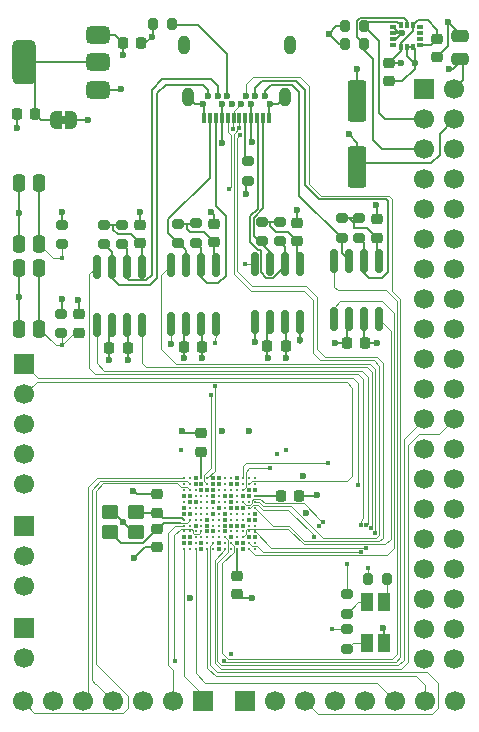
<source format=gbr>
%TF.GenerationSoftware,KiCad,Pcbnew,9.0.4*%
%TF.CreationDate,2025-09-29T16:36:38+03:00*%
%TF.ProjectId,Asius2,41736975-7332-42e6-9b69-6361645f7063,rev?*%
%TF.SameCoordinates,Original*%
%TF.FileFunction,Copper,L1,Top*%
%TF.FilePolarity,Positive*%
%FSLAX46Y46*%
G04 Gerber Fmt 4.6, Leading zero omitted, Abs format (unit mm)*
G04 Created by KiCad (PCBNEW 9.0.4) date 2025-09-29 16:36:38*
%MOMM*%
%LPD*%
G01*
G04 APERTURE LIST*
G04 Aperture macros list*
%AMRoundRect*
0 Rectangle with rounded corners*
0 $1 Rounding radius*
0 $2 $3 $4 $5 $6 $7 $8 $9 X,Y pos of 4 corners*
0 Add a 4 corners polygon primitive as box body*
4,1,4,$2,$3,$4,$5,$6,$7,$8,$9,$2,$3,0*
0 Add four circle primitives for the rounded corners*
1,1,$1+$1,$2,$3*
1,1,$1+$1,$4,$5*
1,1,$1+$1,$6,$7*
1,1,$1+$1,$8,$9*
0 Add four rect primitives between the rounded corners*
20,1,$1+$1,$2,$3,$4,$5,0*
20,1,$1+$1,$4,$5,$6,$7,0*
20,1,$1+$1,$6,$7,$8,$9,0*
20,1,$1+$1,$8,$9,$2,$3,0*%
%AMFreePoly0*
4,1,23,0.500000,-0.750000,0.000000,-0.750000,0.000000,-0.745722,-0.065263,-0.745722,-0.191342,-0.711940,-0.304381,-0.646677,-0.396677,-0.554381,-0.461940,-0.441342,-0.495722,-0.315263,-0.495722,-0.250000,-0.500000,-0.250000,-0.500000,0.250000,-0.495722,0.250000,-0.495722,0.315263,-0.461940,0.441342,-0.396677,0.554381,-0.304381,0.646677,-0.191342,0.711940,-0.065263,0.745722,0.000000,0.745722,
0.000000,0.750000,0.500000,0.750000,0.500000,-0.750000,0.500000,-0.750000,$1*%
%AMFreePoly1*
4,1,23,0.000000,0.745722,0.065263,0.745722,0.191342,0.711940,0.304381,0.646677,0.396677,0.554381,0.461940,0.441342,0.495722,0.315263,0.495722,0.250000,0.500000,0.250000,0.500000,-0.250000,0.495722,-0.250000,0.495722,-0.315263,0.461940,-0.441342,0.396677,-0.554381,0.304381,-0.646677,0.191342,-0.711940,0.065263,-0.745722,0.000000,-0.745722,0.000000,-0.750000,-0.500000,-0.750000,
-0.500000,0.750000,0.000000,0.750000,0.000000,0.745722,0.000000,0.745722,$1*%
G04 Aperture macros list end*
%TA.AperFunction,EtchedComponent*%
%ADD10C,0.000000*%
%TD*%
%TA.AperFunction,SMDPad,CuDef*%
%ADD11RoundRect,0.225000X0.250000X-0.225000X0.250000X0.225000X-0.250000X0.225000X-0.250000X-0.225000X0*%
%TD*%
%TA.AperFunction,SMDPad,CuDef*%
%ADD12RoundRect,0.225000X-0.250000X0.225000X-0.250000X-0.225000X0.250000X-0.225000X0.250000X0.225000X0*%
%TD*%
%TA.AperFunction,SMDPad,CuDef*%
%ADD13RoundRect,0.225000X0.225000X0.250000X-0.225000X0.250000X-0.225000X-0.250000X0.225000X-0.250000X0*%
%TD*%
%TA.AperFunction,SMDPad,CuDef*%
%ADD14R,0.300000X0.900000*%
%TD*%
%TA.AperFunction,ComponentPad*%
%ADD15C,0.600000*%
%TD*%
%TA.AperFunction,ComponentPad*%
%ADD16O,1.000000X1.600000*%
%TD*%
%TA.AperFunction,SMDPad,CuDef*%
%ADD17RoundRect,0.200000X-0.275000X0.200000X-0.275000X-0.200000X0.275000X-0.200000X0.275000X0.200000X0*%
%TD*%
%TA.AperFunction,ComponentPad*%
%ADD18R,1.700000X1.700000*%
%TD*%
%TA.AperFunction,ComponentPad*%
%ADD19C,1.700000*%
%TD*%
%TA.AperFunction,SMDPad,CuDef*%
%ADD20RoundRect,0.150000X0.150000X-0.825000X0.150000X0.825000X-0.150000X0.825000X-0.150000X-0.825000X0*%
%TD*%
%TA.AperFunction,SMDPad,CuDef*%
%ADD21RoundRect,0.225000X-0.225000X-0.250000X0.225000X-0.250000X0.225000X0.250000X-0.225000X0.250000X0*%
%TD*%
%TA.AperFunction,SMDPad,CuDef*%
%ADD22RoundRect,0.200000X0.275000X-0.200000X0.275000X0.200000X-0.275000X0.200000X-0.275000X-0.200000X0*%
%TD*%
%TA.AperFunction,BGAPad,CuDef*%
%ADD23C,0.270000*%
%TD*%
%TA.AperFunction,SMDPad,CuDef*%
%ADD24RoundRect,0.200000X-0.200000X-0.275000X0.200000X-0.275000X0.200000X0.275000X-0.200000X0.275000X0*%
%TD*%
%TA.AperFunction,SMDPad,CuDef*%
%ADD25FreePoly0,180.000000*%
%TD*%
%TA.AperFunction,SMDPad,CuDef*%
%ADD26FreePoly1,180.000000*%
%TD*%
%TA.AperFunction,SMDPad,CuDef*%
%ADD27R,0.610000X0.350000*%
%TD*%
%TA.AperFunction,SMDPad,CuDef*%
%ADD28R,0.350000X0.610000*%
%TD*%
%TA.AperFunction,SMDPad,CuDef*%
%ADD29RoundRect,0.250000X0.550000X-1.500000X0.550000X1.500000X-0.550000X1.500000X-0.550000X-1.500000X0*%
%TD*%
%TA.AperFunction,SMDPad,CuDef*%
%ADD30R,1.000000X1.500000*%
%TD*%
%TA.AperFunction,SMDPad,CuDef*%
%ADD31RoundRect,0.250000X0.475000X-0.250000X0.475000X0.250000X-0.475000X0.250000X-0.475000X-0.250000X0*%
%TD*%
%TA.AperFunction,SMDPad,CuDef*%
%ADD32RoundRect,0.250000X-0.450000X-0.350000X0.450000X-0.350000X0.450000X0.350000X-0.450000X0.350000X0*%
%TD*%
%TA.AperFunction,SMDPad,CuDef*%
%ADD33RoundRect,0.250000X0.250000X-0.475000X0.250000X0.475000X-0.250000X0.475000X-0.250000X-0.475000X0*%
%TD*%
%TA.AperFunction,SMDPad,CuDef*%
%ADD34RoundRect,0.200000X0.200000X0.275000X-0.200000X0.275000X-0.200000X-0.275000X0.200000X-0.275000X0*%
%TD*%
%TA.AperFunction,SMDPad,CuDef*%
%ADD35RoundRect,0.375000X0.625000X0.375000X-0.625000X0.375000X-0.625000X-0.375000X0.625000X-0.375000X0*%
%TD*%
%TA.AperFunction,SMDPad,CuDef*%
%ADD36RoundRect,0.500000X0.500000X1.400000X-0.500000X1.400000X-0.500000X-1.400000X0.500000X-1.400000X0*%
%TD*%
%TA.AperFunction,ViaPad*%
%ADD37C,0.600000*%
%TD*%
%TA.AperFunction,ViaPad*%
%ADD38C,0.400000*%
%TD*%
%TA.AperFunction,Conductor*%
%ADD39C,0.200000*%
%TD*%
%TA.AperFunction,Conductor*%
%ADD40C,0.100000*%
%TD*%
%TA.AperFunction,Conductor*%
%ADD41C,0.076200*%
%TD*%
%TA.AperFunction,Conductor*%
%ADD42C,0.150000*%
%TD*%
G04 APERTURE END LIST*
D10*
%TA.AperFunction,EtchedComponent*%
%TO.C,JP1*%
G36*
X71865000Y-79820000D02*
G01*
X71365000Y-79820000D01*
X71365000Y-79220000D01*
X71865000Y-79220000D01*
X71865000Y-79820000D01*
G37*
%TD.AperFunction*%
%TD*%
D11*
%TO.P,C15,1*%
%TO.N,Net-(U7-NRST)*%
X72890000Y-97515000D03*
%TO.P,C15,2*%
%TO.N,GND*%
X72890000Y-95965000D03*
%TD*%
D12*
%TO.P,C12,1*%
%TO.N,+3.3V*%
X99180000Y-74695000D03*
%TO.P,C12,2*%
%TO.N,GND*%
X99180000Y-76245000D03*
%TD*%
%TO.P,C11,1*%
%TO.N,+3.3V*%
X103240000Y-72645000D03*
%TO.P,C11,2*%
%TO.N,GND*%
X103240000Y-74195000D03*
%TD*%
D13*
%TO.P,C10,1*%
%TO.N,+3.3V*%
X97155000Y-98380000D03*
%TO.P,C10,2*%
%TO.N,GND*%
X95605000Y-98380000D03*
%TD*%
%TO.P,C9,1*%
%TO.N,+3.3V*%
X77050000Y-98830000D03*
%TO.P,C9,2*%
%TO.N,GND*%
X75500000Y-98830000D03*
%TD*%
%TO.P,C6,1*%
%TO.N,+3.3V*%
X83345000Y-98720000D03*
%TO.P,C6,2*%
%TO.N,GND*%
X81795000Y-98720000D03*
%TD*%
%TO.P,C5,1*%
%TO.N,+3.3V*%
X90425000Y-98670000D03*
%TO.P,C5,2*%
%TO.N,GND*%
X88875000Y-98670000D03*
%TD*%
D14*
%TO.P,USBC1,A1,GND*%
%TO.N,GND*%
X89010500Y-79360000D03*
%TO.P,USBC1,A2,SSTXP1*%
%TO.N,/CAN1_H*%
X88510000Y-79360000D03*
%TO.P,USBC1,A3,SSTXn1*%
%TO.N,/CAN1_L*%
X88010000Y-79360000D03*
%TO.P,USBC1,A4,VBUS*%
%TO.N,+5V*%
X87510000Y-79360000D03*
%TO.P,USBC1,A5,CC1*%
%TO.N,Net-(USBC1-CC1)*%
X87010000Y-79360000D03*
%TO.P,USBC1,A6,DP1*%
%TO.N,/USB_DP*%
X86510000Y-79360000D03*
%TO.P,USBC1,A7,DN1*%
%TO.N,/USB_DM*%
X86010000Y-79360000D03*
%TO.P,USBC1,A8,SUB1*%
%TO.N,/SBU1*%
X85510000Y-79360000D03*
%TO.P,USBC1,A9,VBUS*%
%TO.N,+5V*%
X85010000Y-79360000D03*
%TO.P,USBC1,A10,SSRXn2*%
%TO.N,/CAN2_L*%
X84510000Y-79360000D03*
%TO.P,USBC1,A11,SSRXp2*%
%TO.N,/CAN2_H*%
X84010000Y-79360000D03*
%TO.P,USBC1,A12,GND*%
%TO.N,GND*%
X83510000Y-79360000D03*
D15*
%TO.P,USBC1,B1,GND*%
X83460000Y-78150000D03*
%TO.P,USBC1,B2,SSTXp2*%
%TO.N,/CAN3_H*%
X83860000Y-77450000D03*
%TO.P,USBC1,B3,SSTXn2*%
%TO.N,/CAN3_L*%
X84660000Y-77450000D03*
%TO.P,USBC1,B4,VBUS*%
%TO.N,+5V*%
X85060000Y-78150000D03*
%TO.P,USBC1,B5,CC2*%
%TO.N,Net-(USBC1-CC2)*%
X85460000Y-77450000D03*
%TO.P,USBC1,B6,DP2*%
%TO.N,/USB_DP*%
X85860000Y-78150000D03*
%TO.P,USBC1,B7,DN2*%
%TO.N,/USB_DM*%
X86660000Y-78150000D03*
%TO.P,USBC1,B8,SUB2*%
%TO.N,/SBU2*%
X87060000Y-77450000D03*
%TO.P,USBC1,B9,VBUS*%
%TO.N,+5V*%
X87460000Y-78150000D03*
%TO.P,USBC1,B10,SSRXn1*%
%TO.N,/CAN4_L*%
X87860000Y-77450000D03*
%TO.P,USBC1,B11,SSRXp1*%
%TO.N,/CAN4_H*%
X88660000Y-77450000D03*
%TO.P,USBC1,B12,GND*%
%TO.N,GND*%
X89060000Y-78150000D03*
D16*
%TO.P,USBC1,S1,0*%
X90390000Y-77560000D03*
%TO.P,USBC1,S2,0*%
X82130000Y-77560000D03*
%TO.P,USBC1,S3,0*%
X90750000Y-73150000D03*
%TO.P,USBC1,S4,0*%
X81770000Y-73150000D03*
%TD*%
D17*
%TO.P,R5,1*%
%TO.N,Net-(U3-SPLIT)*%
X82830000Y-88265000D03*
%TO.P,R5,2*%
%TO.N,/CAN2_L*%
X82830000Y-89915000D03*
%TD*%
D18*
%TO.P,J2,1,Pin_1*%
%TO.N,unconnected-(J2-Pin_1-Pad1)*%
X102160000Y-76890000D03*
D19*
%TO.P,J2,2,Pin_2*%
%TO.N,+5V*%
X104700000Y-76890000D03*
%TO.P,J2,3,Pin_3*%
%TO.N,/IMU_SDA*%
X102160000Y-79430000D03*
%TO.P,J2,4,Pin_4*%
%TO.N,+5V*%
X104700000Y-79430000D03*
%TO.P,J2,5,Pin_5*%
%TO.N,/IMU_SCL*%
X102160000Y-81970000D03*
%TO.P,J2,6,Pin_6*%
%TO.N,GND*%
X104700000Y-81970000D03*
%TO.P,J2,7,Pin_7*%
%TO.N,unconnected-(J2-Pin_7-Pad7)*%
X102160000Y-84510000D03*
%TO.P,J2,8,Pin_8*%
%TO.N,/UART_RX*%
X104700000Y-84510000D03*
%TO.P,J2,9,Pin_9*%
%TO.N,GND*%
X102160000Y-87050000D03*
%TO.P,J2,10,Pin_10*%
%TO.N,/UART_TX*%
X104700000Y-87050000D03*
%TO.P,J2,11,Pin_11*%
%TO.N,unconnected-(J2-Pin_11-Pad11)*%
X102160000Y-89590000D03*
%TO.P,J2,12,Pin_12*%
%TO.N,unconnected-(J2-Pin_12-Pad12)*%
X104700000Y-89590000D03*
%TO.P,J2,13,Pin_13*%
%TO.N,unconnected-(J2-Pin_13-Pad13)*%
X102160000Y-92130000D03*
%TO.P,J2,14,Pin_14*%
%TO.N,GND*%
X104700000Y-92130000D03*
%TO.P,J2,15,Pin_15*%
%TO.N,unconnected-(J2-Pin_15-Pad15)*%
X102160000Y-94670000D03*
%TO.P,J2,16,Pin_16*%
%TO.N,unconnected-(J2-Pin_16-Pad16)*%
X104700000Y-94670000D03*
%TO.P,J2,17,Pin_17*%
%TO.N,unconnected-(J2-Pin_17-Pad17)*%
X102160000Y-97210000D03*
%TO.P,J2,18,Pin_18*%
%TO.N,unconnected-(J2-Pin_18-Pad18)*%
X104700000Y-97210000D03*
%TO.P,J2,19,Pin_19*%
%TO.N,/SPI_MOSI*%
X102160000Y-99750000D03*
%TO.P,J2,20,Pin_20*%
%TO.N,unconnected-(J2-Pin_20-Pad20)*%
X104700000Y-99750000D03*
%TO.P,J2,21,Pin_21*%
%TO.N,/SPI_MISO*%
X102160000Y-102290000D03*
%TO.P,J2,22,Pin_22*%
%TO.N,unconnected-(J2-Pin_22-Pad22)*%
X104700000Y-102290000D03*
%TO.P,J2,23,Pin_23*%
%TO.N,/SPI_SCK*%
X102160000Y-104830000D03*
%TO.P,J2,24,Pin_24*%
%TO.N,/SPI_NSS*%
X104700000Y-104830000D03*
%TO.P,J2,25,Pin_25*%
%TO.N,unconnected-(J2-Pin_25-Pad25)*%
X102160000Y-107370000D03*
%TO.P,J2,26,Pin_26*%
%TO.N,unconnected-(J2-Pin_26-Pad26)*%
X104700000Y-107370000D03*
%TO.P,J2,27,Pin_27*%
%TO.N,unconnected-(J2-Pin_27-Pad27)*%
X102160000Y-109910000D03*
%TO.P,J2,28,Pin_28*%
%TO.N,unconnected-(J2-Pin_28-Pad28)*%
X104700000Y-109910000D03*
%TO.P,J2,29,Pin_29*%
%TO.N,unconnected-(J2-Pin_29-Pad29)*%
X102160000Y-112450000D03*
%TO.P,J2,30,Pin_30*%
%TO.N,unconnected-(J2-Pin_30-Pad30)*%
X104700000Y-112450000D03*
%TO.P,J2,31,Pin_31*%
%TO.N,unconnected-(J2-Pin_31-Pad31)*%
X102160000Y-114990000D03*
%TO.P,J2,32,Pin_32*%
%TO.N,unconnected-(J2-Pin_32-Pad32)*%
X104700000Y-114990000D03*
%TO.P,J2,33,Pin_33*%
%TO.N,unconnected-(J2-Pin_33-Pad33)*%
X102160000Y-117530000D03*
%TO.P,J2,34,Pin_34*%
%TO.N,unconnected-(J2-Pin_34-Pad34)*%
X104700000Y-117530000D03*
%TO.P,J2,35,Pin_35*%
%TO.N,unconnected-(J2-Pin_35-Pad35)*%
X102160000Y-120070000D03*
%TO.P,J2,36,Pin_36*%
%TO.N,unconnected-(J2-Pin_36-Pad36)*%
X104700000Y-120070000D03*
%TO.P,J2,37,Pin_37*%
%TO.N,unconnected-(J2-Pin_37-Pad37)*%
X102160000Y-122610000D03*
%TO.P,J2,38,Pin_38*%
%TO.N,unconnected-(J2-Pin_38-Pad38)*%
X104700000Y-122610000D03*
%TO.P,J2,39,Pin_39*%
%TO.N,unconnected-(J2-Pin_39-Pad39)*%
X102160000Y-125150000D03*
%TO.P,J2,40,Pin_40*%
%TO.N,unconnected-(J2-Pin_40-Pad40)*%
X104700000Y-125150000D03*
%TD*%
D20*
%TO.P,U2,1,TXD*%
%TO.N,/CAN1_T*%
X87800000Y-96650000D03*
%TO.P,U2,2,GND*%
%TO.N,GND*%
X89070000Y-96650000D03*
%TO.P,U2,3,VCC*%
%TO.N,+3.3V*%
X90340000Y-96650000D03*
%TO.P,U2,4,RXD*%
%TO.N,/CAN1_R*%
X91610000Y-96650000D03*
%TO.P,U2,5,SPLIT*%
%TO.N,Net-(U2-SPLIT)*%
X91610000Y-91700000D03*
%TO.P,U2,6,CANL*%
%TO.N,/CAN1_L*%
X90340000Y-91700000D03*
%TO.P,U2,7,CANH*%
%TO.N,/CAN1_H*%
X89070000Y-91700000D03*
%TO.P,U2,8,STB*%
%TO.N,/CAN1_E*%
X87800000Y-91700000D03*
%TD*%
D18*
%TO.P,J5,1,Pin_1*%
%TO.N,/AUDIO_SAI4_SCK_B*%
X83410000Y-128720000D03*
D19*
%TO.P,J5,2,Pin_2*%
%TO.N,/AUDIO_SAI4_FS_B*%
X80870000Y-128720000D03*
%TO.P,J5,3,Pin_3*%
%TO.N,/AUDIO_SAI4_SD_A*%
X78330000Y-128720000D03*
%TO.P,J5,4,Pin_4*%
%TO.N,/AUDIO_SAI4_SD_B*%
X75790000Y-128720000D03*
%TO.P,J5,5,Pin_5*%
%TO.N,/AUDIO_DFSDM1_DATIN3*%
X73250000Y-128720000D03*
%TO.P,J5,6,Pin_6*%
%TO.N,/AUDIO_DFSDM1_CKOUT*%
X70710000Y-128720000D03*
%TO.P,J5,7,Pin_7*%
%TO.N,/AUDIO_SAI4_MCLK_B*%
X68170000Y-128720000D03*
%TD*%
D17*
%TO.P,R9,1*%
%TO.N,Net-(U5-SPLIT)*%
X96660000Y-87860000D03*
%TO.P,R9,2*%
%TO.N,/CAN4_L*%
X96660000Y-89510000D03*
%TD*%
D21*
%TO.P,C2,1*%
%TO.N,GND*%
X67650000Y-79010000D03*
%TO.P,C2,2*%
%TO.N,Net-(JP1-B)*%
X69200000Y-79010000D03*
%TD*%
D22*
%TO.P,R10,1*%
%TO.N,/CAN4_H*%
X95160000Y-89510000D03*
%TO.P,R10,2*%
%TO.N,Net-(U5-SPLIT)*%
X95160000Y-87860000D03*
%TD*%
D23*
%TO.P,U7,A1,PE4*%
%TO.N,/AUDIO_DFSDM1_DATIN3*%
X81790000Y-109860000D03*
%TO.P,U7,A2,PE2*%
%TO.N,unconnected-(U7-PE2-PadA2)*%
X82290000Y-109860000D03*
%TO.P,U7,A3,VDD*%
%TO.N,+3.3V*%
X82790000Y-109860000D03*
%TO.P,U7,A4,VCAP*%
%TO.N,Net-(C17-Pad1)*%
X83290000Y-109860000D03*
%TO.P,U7,A5,PB6*%
%TO.N,/CAN2_R*%
X83790000Y-109860000D03*
%TO.P,U7,A6,VDD*%
%TO.N,+3.3V*%
X84290000Y-109860000D03*
%TO.P,U7,A7,VDD*%
X84790000Y-109860000D03*
%TO.P,U7,A8,PG10*%
%TO.N,unconnected-(U7-PG10-PadA8)*%
X85290000Y-109860000D03*
%TO.P,U7,A9,PD5*%
%TO.N,unconnected-(U7-PD5-PadA9)*%
X85790000Y-109860000D03*
%TO.P,U7,A10,VDD*%
%TO.N,+3.3V*%
X86290000Y-109860000D03*
%TO.P,U7,A11,PC12*%
%TO.N,/VBAT_EN*%
X86790000Y-109860000D03*
%TO.P,U7,A12,PC10*%
%TO.N,unconnected-(U7-PC10-PadA12)*%
X87290000Y-109860000D03*
%TO.P,U7,A13,PH14*%
%TO.N,unconnected-(U7-PH14-PadA13)*%
X87790000Y-109860000D03*
%TO.P,U7,B1,PC15*%
%TO.N,unconnected-(U7-PC15-PadB1)*%
X81790000Y-110360000D03*
%TO.P,U7,B2,PE3*%
%TO.N,/AUDIO_SAI4_SD_B*%
X82290000Y-110360000D03*
%TO.P,U7,B3,VSS*%
%TO.N,GND*%
X82790000Y-110360000D03*
%TO.P,U7,B4,VDDLDO*%
%TO.N,+3.3V*%
X83290000Y-110360000D03*
%TO.P,U7,B5,PB8*%
%TO.N,/CAN1_T*%
X83790000Y-110360000D03*
%TO.P,U7,B6,PB4(NJTRST)*%
%TO.N,/NJTRST*%
X84290000Y-110360000D03*
%TO.P,U7,B7,VSS*%
%TO.N,GND*%
X84790000Y-110360000D03*
%TO.P,U7,B8,PG11*%
%TO.N,unconnected-(U7-PG11-PadB8)*%
X85290000Y-110360000D03*
%TO.P,U7,B9,PD6*%
%TO.N,GND*%
X85790000Y-110360000D03*
%TO.P,U7,B10,VSS*%
X86290000Y-110360000D03*
%TO.P,U7,B11,PC11*%
%TO.N,unconnected-(U7-PC11-PadB11)*%
X86790000Y-110360000D03*
%TO.P,U7,B12,PA14(JTCK*%
%TO.N,/SWCLK*%
X87290000Y-110360000D03*
%TO.P,U7,B13,PH13*%
%TO.N,unconnected-(U7-PH13-PadB13)*%
X87790000Y-110360000D03*
%TO.P,U7,C1,PC14*%
%TO.N,unconnected-(U7-PC14-PadC1)*%
X81790000Y-110860000D03*
%TO.P,U7,C2,PE6*%
%TO.N,/AUDIO_SAI4_MCLK_B*%
X82290000Y-110860000D03*
%TO.P,U7,C3,PE5*%
%TO.N,unconnected-(U7-PE5-PadC3)*%
X82790000Y-110860000D03*
%TO.P,U7,C4,PDR_ON*%
%TO.N,+3.3V*%
X83290000Y-110860000D03*
%TO.P,U7,C5,PB9*%
%TO.N,/CAN1_R*%
X83790000Y-110860000D03*
%TO.P,U7,C6,PB5*%
%TO.N,/CAN2_T*%
X84290000Y-110860000D03*
%TO.P,U7,C7,PG14*%
%TO.N,unconnected-(U7-PG14-PadC7)*%
X84790000Y-110860000D03*
%TO.P,U7,C8,PG9*%
%TO.N,unconnected-(U7-PG9-PadC8)*%
X85290000Y-110860000D03*
%TO.P,U7,C9,PD4*%
%TO.N,unconnected-(U7-PD4-PadC9)*%
X85790000Y-110860000D03*
%TO.P,U7,C10,PD1*%
%TO.N,unconnected-(U7-PD1-PadC10)*%
X86290000Y-110860000D03*
%TO.P,U7,C11,PA15(JTDI)*%
%TO.N,/JTDI*%
X86790000Y-110860000D03*
%TO.P,U7,C12,VSS*%
%TO.N,GND*%
X87290000Y-110860000D03*
%TO.P,U7,C13,VDD*%
%TO.N,+3.3V*%
X87790000Y-110860000D03*
%TO.P,U7,D1,VDD*%
X81790000Y-111360000D03*
%TO.P,U7,D2,VSS*%
%TO.N,GND*%
X82290000Y-111360000D03*
%TO.P,U7,D3,PC13*%
%TO.N,unconnected-(U7-PC13-PadD3)*%
X82790000Y-111360000D03*
%TO.P,U7,D4,PE1*%
%TO.N,unconnected-(U7-PE1-PadD4)*%
X83290000Y-111360000D03*
%TO.P,U7,D5,PE0*%
%TO.N,unconnected-(U7-PE0-PadD5)*%
X83790000Y-111360000D03*
%TO.P,U7,D6,PB7*%
%TO.N,/CAN1_E*%
X84290000Y-111360000D03*
%TO.P,U7,D7,PG13*%
%TO.N,unconnected-(U7-PG13-PadD7)*%
X84790000Y-111360000D03*
%TO.P,U7,D8,PD7*%
%TO.N,GND*%
X85290000Y-111360000D03*
%TO.P,U7,D9,PD3*%
%TO.N,/FAN_ENABLE*%
X85790000Y-111360000D03*
%TO.P,U7,D10,PD0*%
%TO.N,unconnected-(U7-PD0-PadD10)*%
X86290000Y-111360000D03*
%TO.P,U7,D11,PA13(JTMS*%
%TO.N,/SWDIO*%
X86790000Y-111360000D03*
%TO.P,U7,D12,VDDLDO*%
%TO.N,+3.3V*%
X87290000Y-111360000D03*
%TO.P,U7,D13,VCAP*%
%TO.N,Net-(C18-Pad1)*%
X87790000Y-111360000D03*
%TO.P,U7,E1,VLXSMPS*%
%TO.N,unconnected-(U7-VLXSMPS-PadE1)*%
X81790000Y-111860000D03*
%TO.P,U7,E2,VSSSMPS*%
%TO.N,GND*%
X82290000Y-111860000D03*
%TO.P,U7,E3,VBAT*%
%TO.N,+3.3V*%
X82790000Y-111860000D03*
%TO.P,U7,E4,PF1*%
%TO.N,unconnected-(U7-PF1-PadE4)*%
X83290000Y-111860000D03*
%TO.P,U7,E5,PF3*%
%TO.N,unconnected-(U7-PF3-PadE5)*%
X83790000Y-111860000D03*
%TO.P,U7,E6,BOOT0*%
%TO.N,Net-(U7-BOOT0)*%
X84290000Y-111860000D03*
%TO.P,U7,E7,PG15*%
%TO.N,unconnected-(U7-PG15-PadE7)*%
X84790000Y-111860000D03*
%TO.P,U7,E8,PG12*%
%TO.N,unconnected-(U7-PG12-PadE8)*%
X85290000Y-111860000D03*
%TO.P,U7,E9,PD2*%
%TO.N,/FAN_TACHOMETER*%
X85790000Y-111860000D03*
%TO.P,U7,E10,PA10*%
%TO.N,unconnected-(U7-PA10-PadE10)*%
X86290000Y-111860000D03*
%TO.P,U7,E11,PA9*%
%TO.N,/SBU1_RELAY*%
X86790000Y-111860000D03*
%TO.P,U7,E12,PA8*%
%TO.N,unconnected-(U7-PA8-PadE12)*%
X87290000Y-111860000D03*
%TO.P,U7,E13,PA12*%
%TO.N,/USB_DP*%
X87790000Y-111860000D03*
%TO.P,U7,F1,VDDSMPS*%
%TO.N,+3.3V*%
X81790000Y-112360000D03*
%TO.P,U7,F2,VFBSMPS*%
%TO.N,unconnected-(U7-VFBSMPS-PadF2)*%
X82290000Y-112360000D03*
%TO.P,U7,F3,PF0*%
%TO.N,unconnected-(U7-PF0-PadF3)*%
X82790000Y-112360000D03*
%TO.P,U7,F4,PF2*%
%TO.N,unconnected-(U7-PF2-PadF4)*%
X83290000Y-112360000D03*
%TO.P,U7,F5,PF5*%
%TO.N,unconnected-(U7-PF5-PadF5)*%
X83790000Y-112360000D03*
%TO.P,U7,F6,PF7*%
%TO.N,unconnected-(U7-PF7-PadF6)*%
X84290000Y-112360000D03*
%TO.P,U7,F7,PB3(JTDO*%
%TO.N,/TRACESWO*%
X84790000Y-112360000D03*
%TO.P,U7,F8,PG4*%
%TO.N,unconnected-(U7-PG4-PadF8)*%
X85290000Y-112360000D03*
%TO.P,U7,F9,PC6*%
%TO.N,/LED_RED*%
X85790000Y-112360000D03*
%TO.P,U7,F10,PC7*%
%TO.N,/LED_GREEN*%
X86290000Y-112360000D03*
%TO.P,U7,F11,PC9*%
%TO.N,/LED_BLUE*%
X86790000Y-112360000D03*
%TO.P,U7,F12,PC8*%
%TO.N,/FAN_SETUP*%
X87290000Y-112360000D03*
%TO.P,U7,F13,PA11*%
%TO.N,/USB_DM*%
X87790000Y-112360000D03*
%TO.P,U7,G1,VDD*%
%TO.N,+3.3V*%
X81790000Y-112860000D03*
%TO.P,U7,G2,VSS*%
%TO.N,GND*%
X82290000Y-112860000D03*
%TO.P,U7,G3,PF4*%
%TO.N,unconnected-(U7-PF4-PadG3)*%
X82790000Y-112860000D03*
%TO.P,U7,G4,PF6*%
%TO.N,unconnected-(U7-PF6-PadG4)*%
X83290000Y-112860000D03*
%TO.P,U7,G5,PF9*%
%TO.N,unconnected-(U7-PF9-PadG5)*%
X83790000Y-112860000D03*
%TO.P,U7,G6,NRST*%
%TO.N,Net-(U7-NRST)*%
X84290000Y-112860000D03*
%TO.P,U7,G7,PF13*%
%TO.N,unconnected-(U7-PF13-PadG7)*%
X84790000Y-112860000D03*
%TO.P,U7,G8,PE7*%
%TO.N,/UART_TX*%
X85290000Y-112860000D03*
%TO.P,U7,G9,PG6*%
%TO.N,unconnected-(U7-PG6-PadG9)*%
X85790000Y-112860000D03*
%TO.P,U7,G10,PG7*%
%TO.N,unconnected-(U7-PG7-PadG10)*%
X86290000Y-112860000D03*
%TO.P,U7,G11,PG8*%
%TO.N,unconnected-(U7-PG8-PadG11)*%
X86790000Y-112860000D03*
%TO.P,U7,G12,VDD50USB*%
%TO.N,unconnected-(U7-VDD50USB-PadG12)*%
X87290000Y-112860000D03*
%TO.P,U7,G13,VDD33USB*%
%TO.N,+3.3V*%
X87790000Y-112860000D03*
%TO.P,U7,H1,PH0*%
%TO.N,Net-(U7-PH0)*%
X81790000Y-113360000D03*
%TO.P,U7,H2,PH1*%
%TO.N,Net-(U7-PH1)*%
X82290000Y-113360000D03*
%TO.P,U7,H3,PF10*%
%TO.N,unconnected-(U7-PF10-PadH3)*%
X82790000Y-113360000D03*
%TO.P,U7,H4,PF8*%
%TO.N,unconnected-(U7-PF8-PadH4)*%
X83290000Y-113360000D03*
%TO.P,U7,H5,PC2*%
%TO.N,/SOM_GPIO*%
X83790000Y-113360000D03*
%TO.P,U7,H6,PA4*%
%TO.N,unconnected-(U7-PA4-PadH6)*%
X84290000Y-113360000D03*
%TO.P,U7,H7,PF14*%
%TO.N,unconnected-(U7-PF14-PadH7)*%
X84790000Y-113360000D03*
%TO.P,U7,H8,PE8*%
%TO.N,/UART_RX*%
X85290000Y-113360000D03*
%TO.P,U7,H9,PG2*%
%TO.N,unconnected-(U7-PG2-PadH9)*%
X85790000Y-113360000D03*
%TO.P,U7,H10,PG3*%
%TO.N,unconnected-(U7-PG3-PadH10)*%
X86290000Y-113360000D03*
%TO.P,U7,H11,PG5*%
%TO.N,unconnected-(U7-PG5-PadH11)*%
X86790000Y-113360000D03*
%TO.P,U7,H12,VSS*%
%TO.N,GND*%
X87290000Y-113360000D03*
%TO.P,U7,H13,VDD*%
%TO.N,+3.3V*%
X87790000Y-113360000D03*
%TO.P,U7,J1,PC0*%
%TO.N,/AUDIO_SAI4_FS_B*%
X81790000Y-113860000D03*
%TO.P,U7,J2,PC1*%
%TO.N,unconnected-(U7-PC1-PadJ2)*%
X82290000Y-113860000D03*
%TO.P,U7,J3,VSSA*%
%TO.N,GND*%
X82790000Y-113860000D03*
%TO.P,U7,J4,PC3*%
%TO.N,unconnected-(U7-PC3-PadJ4)*%
X83290000Y-113860000D03*
%TO.P,U7,J5,PA0*%
%TO.N,/BOOTKICK*%
X83790000Y-113860000D03*
%TO.P,U7,J6,PA7*%
%TO.N,unconnected-(U7-PA7-PadJ6)*%
X84290000Y-113860000D03*
%TO.P,U7,J7,PF15*%
%TO.N,unconnected-(U7-PF15-PadJ7)*%
X84790000Y-113860000D03*
%TO.P,U7,J8,PE9*%
%TO.N,/AUDIO_DFSDM1_CKOUT*%
X85290000Y-113860000D03*
%TO.P,U7,J9,PE14*%
%TO.N,/SPI_MOSI*%
X85790000Y-113860000D03*
%TO.P,U7,J10,PD11*%
%TO.N,/AUDIO_SAI4_SD_A*%
X86290000Y-113860000D03*
%TO.P,U7,J11,PD13*%
%TO.N,/CAN3_R*%
X86790000Y-113860000D03*
%TO.P,U7,J12,PD15*%
%TO.N,unconnected-(U7-PD15-PadJ12)*%
X87290000Y-113860000D03*
%TO.P,U7,J13,PD14*%
%TO.N,unconnected-(U7-PD14-PadJ13)*%
X87790000Y-113860000D03*
%TO.P,U7,K1,PC3_C*%
%TO.N,unconnected-(U7-PC3_C-PadK1)*%
X81790000Y-114360000D03*
%TO.P,U7,K2,PC2_C*%
%TO.N,unconnected-(U7-PC2_C-PadK2)*%
X82290000Y-114360000D03*
%TO.P,U7,K3,PA0_C*%
%TO.N,unconnected-(U7-PA0_C-PadK3)*%
X82790000Y-114360000D03*
%TO.P,U7,K4,PA1*%
%TO.N,/SBU2*%
X83290000Y-114360000D03*
%TO.P,U7,K5,PA6*%
%TO.N,/PWR_READOUT2*%
X83790000Y-114360000D03*
%TO.P,U7,K6,PC4*%
%TO.N,/SBU1*%
X84290000Y-114360000D03*
%TO.P,U7,K7,PG0*%
%TO.N,unconnected-(U7-PG0-PadK7)*%
X84790000Y-114360000D03*
%TO.P,U7,K8,PE13*%
%TO.N,/SPI_MISO*%
X85290000Y-114360000D03*
%TO.P,U7,K9,PH10*%
%TO.N,unconnected-(U7-PH10-PadK9)*%
X85790000Y-114360000D03*
%TO.P,U7,K10,PH12*%
%TO.N,unconnected-(U7-PH12-PadK10)*%
X86290000Y-114360000D03*
%TO.P,U7,K11,PD9*%
%TO.N,unconnected-(U7-PD9-PadK11)*%
X86790000Y-114360000D03*
%TO.P,U7,K12,PD10*%
%TO.N,unconnected-(U7-PD10-PadK12)*%
X87290000Y-114360000D03*
%TO.P,U7,K13,PD12*%
%TO.N,/CAN3_T*%
X87790000Y-114360000D03*
%TO.P,U7,L1,VDDA*%
%TO.N,+3.3V*%
X81790000Y-114860000D03*
%TO.P,U7,L2,VREF+*%
X82290000Y-114860000D03*
%TO.P,U7,L3,PA1_C*%
%TO.N,unconnected-(U7-PA1_C-PadL3)*%
X82790000Y-114860000D03*
%TO.P,U7,L4,PA5*%
%TO.N,unconnected-(U7-PA5-PadL4)*%
X83290000Y-114860000D03*
%TO.P,U7,L5,PB1*%
%TO.N,unconnected-(U7-PB1-PadL5)*%
X83790000Y-114860000D03*
%TO.P,U7,L6,PB2*%
%TO.N,unconnected-(U7-PB2-PadL6)*%
X84290000Y-114860000D03*
%TO.P,U7,L7,PG1*%
%TO.N,unconnected-(U7-PG1-PadL7)*%
X84790000Y-114860000D03*
%TO.P,U7,L8,PE12*%
%TO.N,/SPI_SCK*%
X85290000Y-114860000D03*
%TO.P,U7,L9,PB10*%
%TO.N,/CAN2_E*%
X85790000Y-114860000D03*
%TO.P,U7,L10,PH11*%
%TO.N,unconnected-(U7-PH11-PadL10)*%
X86290000Y-114860000D03*
%TO.P,U7,L11,PB13*%
%TO.N,/CAN4_R*%
X86790000Y-114860000D03*
%TO.P,U7,L12,VSS*%
%TO.N,GND*%
X87290000Y-114860000D03*
%TO.P,U7,L13,VDD*%
%TO.N,+3.3V*%
X87790000Y-114860000D03*
%TO.P,U7,M1,VDD*%
X81790000Y-115360000D03*
%TO.P,U7,M2,VSS*%
%TO.N,GND*%
X82290000Y-115360000D03*
%TO.P,U7,M3,PH3*%
%TO.N,unconnected-(U7-PH3-PadM3)*%
X82790000Y-115360000D03*
%TO.P,U7,M4,VSS*%
%TO.N,GND*%
X83290000Y-115360000D03*
%TO.P,U7,M5,PB0*%
%TO.N,unconnected-(U7-PB0-PadM5)*%
X83790000Y-115360000D03*
%TO.P,U7,M6,PF11*%
%TO.N,/VOLT_S*%
X84290000Y-115360000D03*
%TO.P,U7,M7,VSS*%
%TO.N,GND*%
X84790000Y-115360000D03*
%TO.P,U7,M8,PE10*%
%TO.N,unconnected-(U7-PE10-PadM8)*%
X85290000Y-115360000D03*
%TO.P,U7,M9,PB11*%
%TO.N,/CAN4_E*%
X85790000Y-115360000D03*
%TO.P,U7,M10,VDDLDO*%
%TO.N,+3.3V*%
X86290000Y-115360000D03*
%TO.P,U7,M11,VSS*%
%TO.N,GND*%
X86790000Y-115360000D03*
%TO.P,U7,M12,PD8*%
%TO.N,/CAN3_E*%
X87290000Y-115360000D03*
%TO.P,U7,M13,PB15*%
%TO.N,unconnected-(U7-PB15-PadM13)*%
X87790000Y-115360000D03*
%TO.P,U7,N1,PA2*%
%TO.N,/AUDIO_SAI4_SCK_B*%
X81790000Y-115860000D03*
%TO.P,U7,N2,PH2*%
%TO.N,unconnected-(U7-PH2-PadN2)*%
X82290000Y-115860000D03*
%TO.P,U7,N3,PA3*%
%TO.N,/SBU2_RELAY*%
X82790000Y-115860000D03*
%TO.P,U7,N4,VDD*%
%TO.N,+3.3V*%
X83290000Y-115860000D03*
%TO.P,U7,N5,PC5*%
%TO.N,/PWR_READOUT1*%
X83790000Y-115860000D03*
%TO.P,U7,N6,PF12*%
%TO.N,unconnected-(U7-PF12-PadN6)*%
X84290000Y-115860000D03*
%TO.P,U7,N7,VDD*%
%TO.N,+3.3V*%
X84790000Y-115860000D03*
%TO.P,U7,N8,PE11*%
%TO.N,/SPI_NSS*%
X85290000Y-115860000D03*
%TO.P,U7,N9,PE15*%
%TO.N,unconnected-(U7-PE15-PadN9)*%
X85790000Y-115860000D03*
%TO.P,U7,N10,VCAP*%
%TO.N,Net-(C19-Pad1)*%
X86290000Y-115860000D03*
%TO.P,U7,N11,VDD*%
%TO.N,+3.3V*%
X86790000Y-115860000D03*
%TO.P,U7,N12,PB12*%
%TO.N,/CAN4_T*%
X87290000Y-115860000D03*
%TO.P,U7,N13,PB14*%
%TO.N,unconnected-(U7-PB14-PadN13)*%
X87790000Y-115860000D03*
%TD*%
D11*
%TO.P,C13,1*%
%TO.N,Net-(U7-PH0)*%
X79530000Y-112755000D03*
%TO.P,C13,2*%
%TO.N,GND*%
X79530000Y-111205000D03*
%TD*%
D12*
%TO.P,C14,1*%
%TO.N,Net-(U7-PH1)*%
X79540000Y-114160000D03*
%TO.P,C14,2*%
%TO.N,GND*%
X79540000Y-115710000D03*
%TD*%
D20*
%TO.P,U3,1,TXD*%
%TO.N,/CAN2_T*%
X80675000Y-96765000D03*
%TO.P,U3,2,GND*%
%TO.N,GND*%
X81945000Y-96765000D03*
%TO.P,U3,3,VCC*%
%TO.N,+3.3V*%
X83215000Y-96765000D03*
%TO.P,U3,4,RXD*%
%TO.N,/CAN2_R*%
X84485000Y-96765000D03*
%TO.P,U3,5,SPLIT*%
%TO.N,Net-(U3-SPLIT)*%
X84485000Y-91815000D03*
%TO.P,U3,6,CANL*%
%TO.N,/CAN2_L*%
X83215000Y-91815000D03*
%TO.P,U3,7,CANH*%
%TO.N,/CAN2_H*%
X81945000Y-91815000D03*
%TO.P,U3,8,STB*%
%TO.N,/CAN2_E*%
X80675000Y-91815000D03*
%TD*%
D24*
%TO.P,R12,1*%
%TO.N,+3.3V*%
X95415000Y-71570000D03*
%TO.P,R12,2*%
%TO.N,/IMU_SDA*%
X97065000Y-71570000D03*
%TD*%
D17*
%TO.P,R14,1*%
%TO.N,/LED_GREEN*%
X95590000Y-119665000D03*
%TO.P,R14,2*%
%TO.N,Net-(D1-GK)*%
X95590000Y-121315000D03*
%TD*%
D22*
%TO.P,R4,1*%
%TO.N,/CAN1_H*%
X88405000Y-89800000D03*
%TO.P,R4,2*%
%TO.N,Net-(U2-SPLIT)*%
X88405000Y-88150000D03*
%TD*%
D25*
%TO.P,JP1,1,A*%
%TO.N,+3.3V*%
X72265000Y-79520000D03*
D26*
%TO.P,JP1,2,B*%
%TO.N,Net-(JP1-B)*%
X70965000Y-79520000D03*
%TD*%
D27*
%TO.P,U6,1,SDO/SA0*%
%TO.N,GND*%
X99510000Y-71660000D03*
%TO.P,U6,2,SDX*%
X99510000Y-72160000D03*
%TO.P,U6,3,SCX*%
X99510000Y-72660000D03*
%TO.P,U6,4,INT1*%
%TO.N,unconnected-(U6-INT1-Pad4)*%
X99510000Y-73160000D03*
D28*
%TO.P,U6,5,VDDIO*%
%TO.N,+3.3V*%
X100170000Y-73320000D03*
%TO.P,U6,6,GND*%
%TO.N,GND*%
X100670000Y-73320000D03*
%TO.P,U6,7,GND*%
X101170000Y-73320000D03*
D27*
%TO.P,U6,8,VDD*%
%TO.N,+3.3V*%
X101830000Y-73160000D03*
%TO.P,U6,9,INT2*%
%TO.N,unconnected-(U6-INT2-Pad9)*%
X101830000Y-72660000D03*
%TO.P,U6,10,OCS_AUX*%
%TO.N,unconnected-(U6-OCS_AUX-Pad10)*%
X101830000Y-72160000D03*
%TO.P,U6,11,SDO_AUX*%
%TO.N,unconnected-(U6-SDO_AUX-Pad11)*%
X101830000Y-71660000D03*
D28*
%TO.P,U6,12,CS*%
%TO.N,+3.3V*%
X101170000Y-71500000D03*
%TO.P,U6,13,SCL*%
%TO.N,/IMU_SCL*%
X100670000Y-71500000D03*
%TO.P,U6,14,SDA*%
%TO.N,/IMU_SDA*%
X100170000Y-71500000D03*
%TD*%
D29*
%TO.P,C40,1*%
%TO.N,+5V*%
X96460000Y-83530000D03*
%TO.P,C40,2*%
%TO.N,GND*%
X96460000Y-77930000D03*
%TD*%
D11*
%TO.P,C3,1*%
%TO.N,Net-(U2-SPLIT)*%
X91405000Y-89750000D03*
%TO.P,C3,2*%
%TO.N,GND*%
X91405000Y-88200000D03*
%TD*%
D12*
%TO.P,C19,1*%
%TO.N,Net-(C19-Pad1)*%
X86290000Y-118125000D03*
%TO.P,C19,2*%
%TO.N,GND*%
X86290000Y-119675000D03*
%TD*%
D30*
%TO.P,D1,1,RK*%
%TO.N,Net-(D1-RK)*%
X98720000Y-120330000D03*
%TO.P,D1,2,GK*%
%TO.N,Net-(D1-GK)*%
X97320000Y-120330000D03*
%TO.P,D1,3,BK*%
%TO.N,Net-(D1-BK)*%
X97320000Y-123830000D03*
%TO.P,D1,4,A*%
%TO.N,+3.3V*%
X98720000Y-123830000D03*
%TD*%
D18*
%TO.P,J1,1,Pin_1*%
%TO.N,GND*%
X68250000Y-122560000D03*
D19*
%TO.P,J1,2,Pin_2*%
%TO.N,+3.3V*%
X68250000Y-125100000D03*
%TD*%
D17*
%TO.P,R15,1*%
%TO.N,/LED_BLUE*%
X95630000Y-122645000D03*
%TO.P,R15,2*%
%TO.N,Net-(D1-BK)*%
X95630000Y-124295000D03*
%TD*%
D18*
%TO.P,J6,1,Pin_1*%
%TO.N,/SWDIO*%
X68300000Y-100190000D03*
D19*
%TO.P,J6,2,Pin_2*%
%TO.N,/SWCLK*%
X68300000Y-102730000D03*
%TO.P,J6,3,Pin_3*%
%TO.N,/JTDI*%
X68300000Y-105270000D03*
%TO.P,J6,4,Pin_4*%
%TO.N,/TRACESWO*%
X68300000Y-107810000D03*
%TO.P,J6,5,Pin_5*%
%TO.N,/NJTRST*%
X68300000Y-110350000D03*
%TD*%
D31*
%TO.P,C41,1*%
%TO.N,+5V*%
X105150000Y-74340000D03*
%TO.P,C41,2*%
%TO.N,GND*%
X105150000Y-72440000D03*
%TD*%
D18*
%TO.P,J4,1,Pin_1*%
%TO.N,/FAN_ENABLE*%
X68250000Y-113920000D03*
D19*
%TO.P,J4,2,Pin_2*%
%TO.N,/FAN_TACHOMETER*%
X68250000Y-116460000D03*
%TO.P,J4,3,Pin_3*%
%TO.N,/FAN_SETUP*%
X68250000Y-119000000D03*
%TD*%
D17*
%TO.P,R3,1*%
%TO.N,Net-(U2-SPLIT)*%
X89905000Y-88150000D03*
%TO.P,R3,2*%
%TO.N,/CAN1_L*%
X89905000Y-89800000D03*
%TD*%
D32*
%TO.P,Y1,1,1*%
%TO.N,Net-(U7-PH1)*%
X75560000Y-114430000D03*
%TO.P,Y1,2,2*%
%TO.N,GND*%
X77760000Y-114430000D03*
%TO.P,Y1,3,3*%
%TO.N,Net-(U7-PH0)*%
X77760000Y-112730000D03*
%TO.P,Y1,4,4*%
%TO.N,GND*%
X75560000Y-112730000D03*
%TD*%
D33*
%TO.P,SW1,1,1*%
%TO.N,+3.3V*%
X67830000Y-90025000D03*
X67830000Y-84875000D03*
%TO.P,SW1,2,2*%
%TO.N,Net-(U7-BOOT0)*%
X69530000Y-90025000D03*
X69530000Y-84875000D03*
%TD*%
D22*
%TO.P,R6,1*%
%TO.N,/CAN2_H*%
X81330000Y-89940000D03*
%TO.P,R6,2*%
%TO.N,Net-(U3-SPLIT)*%
X81330000Y-88290000D03*
%TD*%
D17*
%TO.P,R2,1*%
%TO.N,Net-(USBC1-CC1)*%
X87200000Y-83020000D03*
%TO.P,R2,2*%
%TO.N,GND*%
X87200000Y-84670000D03*
%TD*%
D13*
%TO.P,C1,1*%
%TO.N,GND*%
X78165000Y-72990000D03*
%TO.P,C1,2*%
%TO.N,+5V*%
X76615000Y-72990000D03*
%TD*%
D22*
%TO.P,R8,1*%
%TO.N,/CAN3_H*%
X75070000Y-90050000D03*
%TO.P,R8,2*%
%TO.N,Net-(U4-SPLIT)*%
X75070000Y-88400000D03*
%TD*%
D24*
%TO.P,R11,1*%
%TO.N,+3.3V*%
X95435000Y-73090000D03*
%TO.P,R11,2*%
%TO.N,/IMU_SCL*%
X97085000Y-73090000D03*
%TD*%
D34*
%TO.P,R1,1*%
%TO.N,Net-(USBC1-CC2)*%
X80815000Y-71370000D03*
%TO.P,R1,2*%
%TO.N,GND*%
X79165000Y-71370000D03*
%TD*%
D17*
%TO.P,R7,1*%
%TO.N,Net-(U4-SPLIT)*%
X76570000Y-88375000D03*
%TO.P,R7,2*%
%TO.N,/CAN3_L*%
X76570000Y-90025000D03*
%TD*%
D18*
%TO.P,J3,1,Pin_1*%
%TO.N,/BOOTKICK*%
X86960000Y-128700000D03*
D19*
%TO.P,J3,2,Pin_2*%
%TO.N,/SOM_GPIO*%
X89500000Y-128700000D03*
%TO.P,J3,3,Pin_3*%
%TO.N,/VOLT_S*%
X92040000Y-128700000D03*
%TO.P,J3,4,Pin_4*%
%TO.N,/VBAT_EN*%
X94580000Y-128700000D03*
%TO.P,J3,5,Pin_5*%
%TO.N,/SBU1_RELAY*%
X97120000Y-128700000D03*
%TO.P,J3,6,Pin_6*%
%TO.N,/SBU2_RELAY*%
X99660000Y-128700000D03*
%TO.P,J3,7,Pin_7*%
%TO.N,/PWR_READOUT1*%
X102200000Y-128700000D03*
%TO.P,J3,8,Pin_8*%
%TO.N,/PWR_READOUT2*%
X104740000Y-128700000D03*
%TD*%
D24*
%TO.P,R13,1*%
%TO.N,/LED_RED*%
X97355000Y-118350000D03*
%TO.P,R13,2*%
%TO.N,Net-(D1-RK)*%
X99005000Y-118350000D03*
%TD*%
D21*
%TO.P,C18,1*%
%TO.N,Net-(C18-Pad1)*%
X90020000Y-111380000D03*
%TO.P,C18,2*%
%TO.N,GND*%
X91570000Y-111380000D03*
%TD*%
D20*
%TO.P,U5,1,TXD*%
%TO.N,/CAN4_T*%
X94505000Y-96385000D03*
%TO.P,U5,2,GND*%
%TO.N,GND*%
X95775000Y-96385000D03*
%TO.P,U5,3,VCC*%
%TO.N,+3.3V*%
X97045000Y-96385000D03*
%TO.P,U5,4,RXD*%
%TO.N,/CAN4_R*%
X98315000Y-96385000D03*
%TO.P,U5,5,SPLIT*%
%TO.N,Net-(U5-SPLIT)*%
X98315000Y-91435000D03*
%TO.P,U5,6,CANL*%
%TO.N,/CAN4_L*%
X97045000Y-91435000D03*
%TO.P,U5,7,CANH*%
%TO.N,/CAN4_H*%
X95775000Y-91435000D03*
%TO.P,U5,8,STB*%
%TO.N,/CAN4_E*%
X94505000Y-91435000D03*
%TD*%
D11*
%TO.P,C7,1*%
%TO.N,Net-(U4-SPLIT)*%
X78070000Y-89975000D03*
%TO.P,C7,2*%
%TO.N,GND*%
X78070000Y-88425000D03*
%TD*%
D35*
%TO.P,U1,1,GND*%
%TO.N,GND*%
X74530000Y-76940000D03*
%TO.P,U1,2,VO*%
%TO.N,Net-(JP1-B)*%
X74530000Y-74640000D03*
D36*
X68230000Y-74640000D03*
D35*
%TO.P,U1,3,VI*%
%TO.N,+5V*%
X74530000Y-72340000D03*
%TD*%
D11*
%TO.P,C8,1*%
%TO.N,Net-(U5-SPLIT)*%
X98160000Y-89485000D03*
%TO.P,C8,2*%
%TO.N,GND*%
X98160000Y-87935000D03*
%TD*%
D20*
%TO.P,U4,1,TXD*%
%TO.N,/CAN3_T*%
X74415000Y-96875000D03*
%TO.P,U4,2,GND*%
%TO.N,GND*%
X75685000Y-96875000D03*
%TO.P,U4,3,VCC*%
%TO.N,+3.3V*%
X76955000Y-96875000D03*
%TO.P,U4,4,RXD*%
%TO.N,/CAN3_R*%
X78225000Y-96875000D03*
%TO.P,U4,5,SPLIT*%
%TO.N,Net-(U4-SPLIT)*%
X78225000Y-91925000D03*
%TO.P,U4,6,CANL*%
%TO.N,/CAN3_L*%
X76955000Y-91925000D03*
%TO.P,U4,7,CANH*%
%TO.N,/CAN3_H*%
X75685000Y-91925000D03*
%TO.P,U4,8,STB*%
%TO.N,/CAN3_E*%
X74415000Y-91925000D03*
%TD*%
D11*
%TO.P,C17,1*%
%TO.N,Net-(C17-Pad1)*%
X83290000Y-107605000D03*
%TO.P,C17,2*%
%TO.N,GND*%
X83290000Y-106055000D03*
%TD*%
D17*
%TO.P,R17,1*%
%TO.N,+3.3V*%
X71430000Y-95910000D03*
%TO.P,R17,2*%
%TO.N,Net-(U7-NRST)*%
X71430000Y-97560000D03*
%TD*%
D33*
%TO.P,SW2,1,1*%
%TO.N,GND*%
X67850000Y-97175000D03*
X67850000Y-92025000D03*
%TO.P,SW2,2,2*%
%TO.N,Net-(U7-NRST)*%
X69550000Y-97175000D03*
X69550000Y-92025000D03*
%TD*%
D11*
%TO.P,C4,1*%
%TO.N,Net-(U3-SPLIT)*%
X84330000Y-89865000D03*
%TO.P,C4,2*%
%TO.N,GND*%
X84330000Y-88315000D03*
%TD*%
D22*
%TO.P,R16,1*%
%TO.N,Net-(U7-BOOT0)*%
X71450000Y-90045000D03*
%TO.P,R16,2*%
%TO.N,GND*%
X71450000Y-88395000D03*
%TD*%
D37*
%TO.N,+5V*%
X95750000Y-80720000D03*
%TO.N,GND*%
X94580000Y-98400000D03*
%TO.N,+3.3V*%
X100220000Y-74710000D03*
%TO.N,GND*%
X101370000Y-74693800D03*
X104180000Y-71240000D03*
X75490000Y-99850000D03*
%TO.N,+3.3V*%
X77050000Y-99860000D03*
%TO.N,GND*%
X81800000Y-99670000D03*
%TO.N,+3.3V*%
X83350000Y-99640000D03*
D38*
%TO.N,/CAN1_T*%
X84118800Y-102830000D03*
%TO.N,/CAN2_R*%
X84470000Y-102016200D03*
D37*
%TO.N,GND*%
X72870000Y-94790000D03*
X93096200Y-111250000D03*
X81680000Y-105816200D03*
X92141369Y-112828631D03*
X91920000Y-109683800D03*
X85040000Y-105816200D03*
X87310000Y-105816200D03*
X77570000Y-116630000D03*
X77510000Y-110920000D03*
X82359400Y-120010000D03*
X87550000Y-120000000D03*
D38*
X83290000Y-115360000D03*
D37*
X96480000Y-75210000D03*
X98080000Y-86700000D03*
D38*
X86790000Y-115360000D03*
X82790000Y-110360000D03*
D37*
X91370000Y-87150000D03*
D38*
X85290000Y-111360000D03*
D37*
X84110000Y-87280000D03*
X78070000Y-87310000D03*
D38*
X85790000Y-110360000D03*
X82290000Y-112860000D03*
X87290000Y-110860000D03*
X87290000Y-114860000D03*
X82290000Y-115360000D03*
D37*
X76480000Y-76910000D03*
D38*
X87290000Y-113360000D03*
D37*
X88900000Y-99710000D03*
X67660000Y-80220000D03*
X79060000Y-72460000D03*
X76650000Y-113590000D03*
D38*
X86290000Y-110360000D03*
X82290000Y-111360000D03*
D37*
X100240000Y-72190000D03*
X87040000Y-85790000D03*
D38*
X84790000Y-110360000D03*
D37*
X71460000Y-87280000D03*
D38*
X84790000Y-115360000D03*
D37*
X67840000Y-94490000D03*
D38*
X82790000Y-113860000D03*
X82290000Y-111860000D03*
%TO.N,+3.3V*%
X87790000Y-112860000D03*
X87790000Y-113360000D03*
X86290000Y-109860000D03*
X87290000Y-111360000D03*
X81790000Y-114860000D03*
X84290000Y-109860000D03*
D37*
X73690000Y-79520000D03*
X98180000Y-98430000D03*
D38*
X81790000Y-112360000D03*
X81790000Y-112860000D03*
X87790000Y-114860000D03*
X84790000Y-109860000D03*
X83290000Y-110360000D03*
D37*
X67810000Y-87380000D03*
X94080000Y-72210000D03*
D38*
X86290000Y-115360000D03*
X81790000Y-111360000D03*
D37*
X90410000Y-99680000D03*
D38*
X82790000Y-109860000D03*
D37*
X71440000Y-94710000D03*
D38*
X82290000Y-114860000D03*
X83290000Y-115860000D03*
X83290000Y-110860000D03*
X84790000Y-115860000D03*
X81790000Y-115360000D03*
X87790000Y-110860000D03*
X82790000Y-111860000D03*
D37*
X98690000Y-122540000D03*
D38*
X86790000Y-115860000D03*
%TO.N,/SBU2*%
X85220594Y-125363800D03*
X81010000Y-125350000D03*
%TO.N,/SBU1*%
X84290000Y-114360000D03*
X85610000Y-85370000D03*
%TO.N,/CAN2_E*%
X85790000Y-114860000D03*
X97990000Y-114450000D03*
%TO.N,/CAN3_R*%
X97650000Y-114080000D03*
X86790000Y-113860000D03*
%TO.N,/CAN1_R*%
X83790000Y-110860000D03*
D37*
X91610000Y-98110000D03*
D38*
%TO.N,/CAN3_T*%
X97240000Y-113770000D03*
X97240000Y-115756200D03*
%TO.N,/CAN1_E*%
X86980000Y-91690000D03*
X84290000Y-111360000D03*
D37*
%TO.N,/CAN1_T*%
X87810000Y-98350000D03*
D38*
%TO.N,/CAN2_R*%
X84470000Y-98420000D03*
%TO.N,/CAN2_T*%
X84290000Y-110860000D03*
D37*
X80670000Y-98510000D03*
D38*
%TO.N,/CAN3_E*%
X96780000Y-116063800D03*
X96763797Y-113770000D03*
D37*
%TO.N,+5V*%
X85010000Y-81430000D03*
X87550000Y-81380000D03*
X104290000Y-75200000D03*
X76630000Y-74050000D03*
D38*
%TO.N,Net-(U7-NRST)*%
X71490000Y-98580000D03*
X84290000Y-112860000D03*
%TO.N,/UART_RX*%
X89660000Y-107770000D03*
X85290000Y-113360000D03*
%TO.N,/SPI_MISO*%
X85290000Y-114360000D03*
%TO.N,/SPI_MOSI*%
X85790000Y-113860000D03*
%TO.N,/UART_TX*%
X90473800Y-107430000D03*
X85290000Y-112860000D03*
%TO.N,/SOM_GPIO*%
X83790000Y-113360000D03*
%TO.N,/PWR_READOUT2*%
X83790000Y-114360000D03*
%TO.N,/VBAT_EN*%
X94010000Y-108580000D03*
%TO.N,/BOOTKICK*%
X83790000Y-113860000D03*
%TO.N,/SBU1_RELAY*%
X93543741Y-113536520D03*
%TO.N,/FAN_SETUP*%
X92860000Y-114863800D03*
%TO.N,/FAN_TACHOMETER*%
X85790000Y-111860000D03*
%TO.N,/FAN_ENABLE*%
X85790000Y-111360000D03*
%TO.N,/AUDIO_DFSDM1_CKOUT*%
X85780000Y-124740000D03*
X85290000Y-113860000D03*
%TO.N,/AUDIO_SAI4_SD_A*%
X86290000Y-113860000D03*
X93203800Y-113870000D03*
%TO.N,/SWDIO*%
X96530000Y-110390000D03*
X86790000Y-111360000D03*
%TO.N,/JTDI*%
X89060000Y-109000000D03*
%TO.N,/NJTRST*%
X84290000Y-110360000D03*
X81575958Y-107454042D03*
%TO.N,/TRACESWO*%
X84790000Y-112360000D03*
%TO.N,/LED_RED*%
X85790000Y-112360000D03*
X97370000Y-117440000D03*
%TO.N,/LED_GREEN*%
X95590000Y-117080000D03*
X86290000Y-112360000D03*
%TO.N,/LED_BLUE*%
X94336200Y-122610000D03*
X86790000Y-112360000D03*
%TO.N,Net-(U7-BOOT0)*%
X71460000Y-91200000D03*
X84290000Y-111860000D03*
%TO.N,/USB_DM*%
X85970000Y-80270000D03*
X86560000Y-80820000D03*
%TO.N,/USB_DP*%
X86510000Y-80230000D03*
%TD*%
D39*
%TO.N,GND*%
X95605000Y-98380000D02*
X95605000Y-96555000D01*
X95605000Y-96555000D02*
X95775000Y-96385000D01*
X94580000Y-98400000D02*
X95585000Y-98400000D01*
X95585000Y-98400000D02*
X95605000Y-98380000D01*
%TO.N,+3.3V*%
X98180000Y-98430000D02*
X97205000Y-98430000D01*
X97205000Y-98430000D02*
X97155000Y-98380000D01*
X90410000Y-99680000D02*
X90410000Y-98685000D01*
X90410000Y-98685000D02*
X90425000Y-98670000D01*
%TO.N,GND*%
X88875000Y-99685000D02*
X88875000Y-98670000D01*
X88900000Y-99710000D02*
X88875000Y-99685000D01*
D40*
%TO.N,/USB_DM*%
X86560000Y-80820000D02*
X86310000Y-81070000D01*
X86310000Y-81070000D02*
X86310000Y-92330000D01*
X86310000Y-92330000D02*
X87540000Y-93560000D01*
X93730000Y-99590000D02*
X98120000Y-99590000D01*
X98650000Y-100120000D02*
X98650000Y-114900000D01*
X87540000Y-93560000D02*
X92100000Y-93560000D01*
X93070000Y-94530000D02*
X93070000Y-98930000D01*
X92100000Y-93560000D02*
X93070000Y-94530000D01*
X98120000Y-99590000D02*
X98650000Y-100120000D01*
X98650000Y-114900000D02*
X98360000Y-115190000D01*
X93070000Y-98930000D02*
X93730000Y-99590000D01*
X98360000Y-115190000D02*
X91970598Y-115190000D01*
X91970598Y-115190000D02*
X90713398Y-113932800D01*
X90713398Y-113932800D02*
X89362800Y-113932800D01*
X89362800Y-113932800D02*
X87790000Y-112360000D01*
%TO.N,/CAN3_E*%
X74415000Y-91925000D02*
X73780000Y-92560000D01*
X96520000Y-101050000D02*
X96940000Y-101470000D01*
X73780000Y-92560000D02*
X73780000Y-100540000D01*
X73780000Y-100540000D02*
X74290000Y-101050000D01*
X74290000Y-101050000D02*
X96520000Y-101050000D01*
X96940000Y-101470000D02*
X96940000Y-113260000D01*
X96940000Y-113260000D02*
X96763797Y-113436203D01*
X96763797Y-113436203D02*
X96763797Y-113770000D01*
D39*
%TO.N,+3.3V*%
X101170000Y-71500000D02*
X101170000Y-72005000D01*
X101170000Y-72005000D02*
X100170000Y-73005000D01*
X100170000Y-73005000D02*
X100170000Y-73320000D01*
X100205000Y-74695000D02*
X100220000Y-74710000D01*
X99180000Y-74695000D02*
X100205000Y-74695000D01*
X100170000Y-73320000D02*
X100170000Y-73705000D01*
X100170000Y-73705000D02*
X99180000Y-74695000D01*
X103240000Y-72645000D02*
X102725000Y-73160000D01*
X102725000Y-73160000D02*
X101830000Y-73160000D01*
%TO.N,GND*%
X101370000Y-74693800D02*
X101243800Y-74693800D01*
X101243800Y-74693800D02*
X100670000Y-74120000D01*
X100670000Y-74120000D02*
X100670000Y-73320000D01*
X101370000Y-74693800D02*
X101370000Y-73520000D01*
X101370000Y-73520000D02*
X101170000Y-73320000D01*
X101370000Y-75173800D02*
X100298800Y-76245000D01*
X101370000Y-74693800D02*
X101370000Y-75173800D01*
X100298800Y-76245000D02*
X99180000Y-76245000D01*
%TO.N,+3.3V*%
X103240000Y-72645000D02*
X103240000Y-71870000D01*
X103240000Y-71870000D02*
X102440000Y-71070000D01*
X102440000Y-71070000D02*
X101600000Y-71070000D01*
X101600000Y-71070000D02*
X101170000Y-71500000D01*
%TO.N,GND*%
X104180000Y-71240000D02*
X104180000Y-73255000D01*
X104180000Y-73255000D02*
X103240000Y-74195000D01*
X105150000Y-72210000D02*
X104180000Y-71240000D01*
X105150000Y-72440000D02*
X105150000Y-72210000D01*
X96480000Y-75210000D02*
X96460000Y-75230000D01*
X96460000Y-75230000D02*
X96460000Y-77930000D01*
D40*
%TO.N,/SBU2*%
X92390000Y-76610000D02*
X91660000Y-75880000D01*
X100140000Y-94700000D02*
X99430000Y-93990000D01*
X85226794Y-125370000D02*
X99729924Y-125370000D01*
X91660000Y-75880000D02*
X87670000Y-75880000D01*
X85220594Y-125363800D02*
X85226794Y-125370000D01*
X99430000Y-93990000D02*
X99430000Y-86210000D01*
X93440056Y-85980000D02*
X92390000Y-84929944D01*
X87060000Y-76490000D02*
X87060000Y-77450000D01*
X99430000Y-86210000D02*
X99200000Y-85980000D01*
X100140000Y-124959924D02*
X100140000Y-94700000D01*
X99200000Y-85980000D02*
X93440056Y-85980000D01*
X92390000Y-84929944D02*
X92390000Y-76610000D01*
X99729924Y-125370000D02*
X100140000Y-124959924D01*
X87670000Y-75880000D02*
X87060000Y-76490000D01*
D39*
%TO.N,/CAN4_L*%
X98950000Y-86250000D02*
X98304863Y-86250000D01*
X98277663Y-86222800D02*
X97882337Y-86222800D01*
X92060000Y-85040000D02*
X92060000Y-76959000D01*
X97450000Y-92900000D02*
X98570000Y-92900000D01*
X98570000Y-92900000D02*
X99100000Y-92370000D01*
X88421000Y-76229000D02*
X87860000Y-76790000D01*
X97045000Y-91435000D02*
X97045000Y-92495000D01*
X99100000Y-92370000D02*
X99100000Y-86400000D01*
X87860000Y-76790000D02*
X87860000Y-77450000D01*
X97882337Y-86222800D02*
X97855137Y-86250000D01*
X99100000Y-86400000D02*
X98950000Y-86250000D01*
X97045000Y-92495000D02*
X97450000Y-92900000D01*
X98304863Y-86250000D02*
X98277663Y-86222800D01*
X97855137Y-86250000D02*
X93270000Y-86250000D01*
X93270000Y-86250000D02*
X92060000Y-85040000D01*
X92060000Y-76959000D02*
X91330000Y-76229000D01*
X91330000Y-76229000D02*
X88421000Y-76229000D01*
%TO.N,/IMU_SDA*%
X102160000Y-79430000D02*
X102140000Y-79410000D01*
X102140000Y-79410000D02*
X98820000Y-79410000D01*
X98820000Y-79410000D02*
X98360000Y-78950000D01*
X98360000Y-78950000D02*
X98360000Y-72865000D01*
X98360000Y-72865000D02*
X97065000Y-71570000D01*
%TO.N,/IMU_SCL*%
X102160000Y-81970000D02*
X98580000Y-81970000D01*
X98580000Y-81970000D02*
X97850000Y-81240000D01*
X97850000Y-81240000D02*
X97850000Y-74330000D01*
X97850000Y-74330000D02*
X97085000Y-73565000D01*
X97085000Y-73565000D02*
X97085000Y-73090000D01*
%TO.N,+5V*%
X104700000Y-76890000D02*
X104700000Y-76880000D01*
X104700000Y-76880000D02*
X105440000Y-76140000D01*
X105420000Y-76120000D02*
X105440000Y-76140000D01*
X105420000Y-74330000D02*
X105420000Y-76120000D01*
X104290000Y-75200000D02*
X104550000Y-75200000D01*
X104550000Y-75200000D02*
X105420000Y-74330000D01*
X104810000Y-76780000D02*
X104700000Y-76890000D01*
%TO.N,GND*%
X75500000Y-99840000D02*
X75490000Y-99850000D01*
X75500000Y-98830000D02*
X75500000Y-99840000D01*
%TO.N,+3.3V*%
X77050000Y-98830000D02*
X77050000Y-99860000D01*
X77050000Y-98830000D02*
X77050000Y-96970000D01*
X77050000Y-96970000D02*
X76955000Y-96875000D01*
%TO.N,GND*%
X75500000Y-98830000D02*
X75500000Y-97060000D01*
X75500000Y-97060000D02*
X75685000Y-96875000D01*
X81795000Y-99665000D02*
X81800000Y-99670000D01*
X81795000Y-98720000D02*
X81795000Y-99665000D01*
%TO.N,+3.3V*%
X83345000Y-99635000D02*
X83350000Y-99640000D01*
X83345000Y-98720000D02*
X83345000Y-99635000D01*
X83345000Y-98720000D02*
X83345000Y-96895000D01*
X83345000Y-96895000D02*
X83215000Y-96765000D01*
%TO.N,GND*%
X81795000Y-98720000D02*
X81795000Y-96915000D01*
X81795000Y-96915000D02*
X81945000Y-96765000D01*
%TO.N,+3.3V*%
X83200000Y-96780000D02*
X83215000Y-96765000D01*
X90425000Y-98670000D02*
X90425000Y-96735000D01*
X90425000Y-96735000D02*
X90340000Y-96650000D01*
%TO.N,GND*%
X88875000Y-98670000D02*
X88875000Y-96845000D01*
X88875000Y-96845000D02*
X89070000Y-96650000D01*
%TO.N,+3.3V*%
X97155000Y-98380000D02*
X97155000Y-98225000D01*
X97155000Y-98225000D02*
X97045000Y-98115000D01*
X97045000Y-98115000D02*
X97045000Y-96385000D01*
X97030000Y-96400000D02*
X97045000Y-96385000D01*
%TO.N,GND*%
X72890000Y-94810000D02*
X72870000Y-94790000D01*
X72890000Y-95965000D02*
X72890000Y-94810000D01*
X92966200Y-111380000D02*
X93096200Y-111250000D01*
X91570000Y-111380000D02*
X92966200Y-111380000D01*
X81918800Y-106055000D02*
X81680000Y-105816200D01*
X83290000Y-106055000D02*
X81918800Y-106055000D01*
X79530000Y-111205000D02*
X77795000Y-111205000D01*
X77795000Y-111205000D02*
X77510000Y-110920000D01*
X79540000Y-115710000D02*
X78490000Y-115710000D01*
X78490000Y-115710000D02*
X77570000Y-116630000D01*
D40*
%TO.N,/JTDI*%
X89060000Y-109000000D02*
X87330000Y-109000000D01*
X87040000Y-109290000D02*
X87040000Y-109670000D01*
X87330000Y-109000000D02*
X87040000Y-109290000D01*
D39*
%TO.N,GND*%
X87550000Y-120000000D02*
X86615000Y-120000000D01*
X86615000Y-120000000D02*
X86290000Y-119675000D01*
X82140000Y-77550000D02*
X82130000Y-77560000D01*
X99510000Y-72660000D02*
X99770000Y-72660000D01*
X75790000Y-112730000D02*
X76650000Y-113590000D01*
X77760000Y-114430000D02*
X77490000Y-114430000D01*
X89010500Y-78199500D02*
X89060000Y-78150000D01*
X67650000Y-79010000D02*
X67650000Y-80210000D01*
X84330000Y-88315000D02*
X84330000Y-87500000D01*
X89060000Y-78150000D02*
X89800000Y-78150000D01*
X98160000Y-86780000D02*
X98080000Y-86700000D01*
X100040000Y-72190000D02*
X100240000Y-72190000D01*
X79060000Y-72460000D02*
X79220000Y-72300000D01*
X67850000Y-92025000D02*
X67850000Y-94480000D01*
X83510000Y-79360000D02*
X83510000Y-78200000D01*
X79433800Y-115816200D02*
X79540000Y-115710000D01*
X96500000Y-77590000D02*
X96500000Y-75230000D01*
X67840000Y-94490000D02*
X67850000Y-94500000D01*
X86990000Y-85740000D02*
X87040000Y-85790000D01*
X78530000Y-72990000D02*
X78165000Y-72990000D01*
X99770000Y-72660000D02*
X100240000Y-72190000D01*
X90390000Y-73510000D02*
X90750000Y-73150000D01*
X76450000Y-76940000D02*
X76480000Y-76910000D01*
X91405000Y-87185000D02*
X91370000Y-87150000D01*
X77490000Y-114430000D02*
X76650000Y-113590000D01*
X75560000Y-112730000D02*
X75790000Y-112730000D01*
X87040000Y-84830000D02*
X87200000Y-84670000D01*
X98160000Y-87935000D02*
X98160000Y-86780000D01*
X71450000Y-88395000D02*
X71450000Y-87290000D01*
X91570000Y-111023465D02*
X91570000Y-111380000D01*
X71450000Y-87290000D02*
X71460000Y-87280000D01*
X72710000Y-96010000D02*
X72720000Y-96000000D01*
X89800000Y-78150000D02*
X90390000Y-77560000D01*
X81770000Y-73150000D02*
X82140000Y-73520000D01*
X96500000Y-75230000D02*
X96480000Y-75210000D01*
X67850000Y-94500000D02*
X67850000Y-97175000D01*
X83290000Y-106055000D02*
X83061200Y-106055000D01*
X74530000Y-76940000D02*
X76450000Y-76940000D01*
X67850000Y-94480000D02*
X67840000Y-94490000D01*
X100210000Y-72160000D02*
X100240000Y-72190000D01*
X99510000Y-71660000D02*
X100040000Y-72190000D01*
X79060000Y-72460000D02*
X78530000Y-72990000D01*
X78070000Y-88425000D02*
X78070000Y-87310000D01*
X89010500Y-79360000D02*
X89010500Y-78199500D01*
X83460000Y-78150000D02*
X82720000Y-78150000D01*
X101170000Y-73320000D02*
X100670000Y-73320000D01*
X91405000Y-88200000D02*
X91405000Y-87185000D01*
X79220000Y-71425000D02*
X79165000Y-71370000D01*
X87040000Y-85790000D02*
X87040000Y-84830000D01*
X99510000Y-72160000D02*
X100210000Y-72160000D01*
X82720000Y-78150000D02*
X82130000Y-77560000D01*
X79220000Y-72300000D02*
X79220000Y-71425000D01*
X67650000Y-80210000D02*
X67660000Y-80220000D01*
X83510000Y-78200000D02*
X83460000Y-78150000D01*
X84330000Y-87500000D02*
X84110000Y-87280000D01*
%TO.N,+3.3V*%
X73740000Y-79470000D02*
X73690000Y-79520000D01*
X76930000Y-96900000D02*
X76955000Y-96875000D01*
X67830000Y-90025000D02*
X67830000Y-87400000D01*
X95435000Y-73090000D02*
X94960000Y-73090000D01*
X67830000Y-87360000D02*
X67810000Y-87380000D01*
X71480000Y-94750000D02*
X71440000Y-94710000D01*
X72265000Y-79520000D02*
X73690000Y-79520000D01*
X67830000Y-87400000D02*
X67810000Y-87380000D01*
X95415000Y-71570000D02*
X94720000Y-71570000D01*
X71480000Y-95840000D02*
X71480000Y-94750000D01*
X67830000Y-84875000D02*
X67830000Y-87360000D01*
X94960000Y-73090000D02*
X94080000Y-72210000D01*
X98720000Y-123830000D02*
X98720000Y-122570000D01*
X94720000Y-71570000D02*
X94080000Y-72210000D01*
%TO.N,Net-(JP1-B)*%
X69200000Y-75610000D02*
X68230000Y-74640000D01*
X70965000Y-79520000D02*
X69710000Y-79520000D01*
X69710000Y-79520000D02*
X69200000Y-79010000D01*
X69200000Y-79010000D02*
X69200000Y-75610000D01*
X68230000Y-74640000D02*
X74530000Y-74640000D01*
%TO.N,/CAN3_H*%
X79560000Y-77270000D02*
X79560000Y-92900000D01*
X76275001Y-93490000D02*
X75685000Y-92899999D01*
X83415200Y-76535200D02*
X80294800Y-76535200D01*
X83860000Y-77450000D02*
X83860000Y-76980000D01*
X75685000Y-92899999D02*
X75685000Y-91925000D01*
X78970000Y-93490000D02*
X76275001Y-93490000D01*
X80294800Y-76535200D02*
X79560000Y-77270000D01*
X75685000Y-91925000D02*
X75685000Y-90665000D01*
X79560000Y-92900000D02*
X78970000Y-93490000D01*
X83860000Y-76980000D02*
X83415200Y-76535200D01*
X75685000Y-90665000D02*
X75070000Y-90050000D01*
%TO.N,/CAN2_H*%
X82006000Y-91754000D02*
X81945000Y-91815000D01*
X80490000Y-87930000D02*
X80490000Y-89100000D01*
X84010000Y-79360000D02*
X84010000Y-84410000D01*
X81945000Y-90555000D02*
X81945000Y-91815000D01*
X84010000Y-84410000D02*
X80490000Y-87930000D01*
X80490000Y-89100000D02*
X81945000Y-90555000D01*
%TO.N,/CAN1_H*%
X87729000Y-87778358D02*
X87729000Y-89384001D01*
X89070000Y-90725001D02*
X89070000Y-91700000D01*
X88510000Y-86997358D02*
X87729000Y-87778358D01*
X88510000Y-79360000D02*
X88510000Y-86997358D01*
X87729000Y-89384001D02*
X89070000Y-90725001D01*
%TO.N,/CAN4_H*%
X91570000Y-85920000D02*
X91570000Y-77130000D01*
X91570000Y-77130000D02*
X90970000Y-76530000D01*
X95160000Y-89510000D02*
X91570000Y-85920000D01*
X88660000Y-77050000D02*
X88660000Y-77450000D01*
X95160000Y-90820000D02*
X95775000Y-91435000D01*
X89180000Y-76530000D02*
X88660000Y-77050000D01*
X90970000Y-76530000D02*
X89180000Y-76530000D01*
X95160000Y-89510000D02*
X95160000Y-90820000D01*
%TO.N,/CAN2_L*%
X84510000Y-86820000D02*
X85380000Y-87690000D01*
X83750000Y-93350000D02*
X83215000Y-92815000D01*
X85380000Y-87690000D02*
X85380000Y-92690000D01*
X84510000Y-79360000D02*
X84510000Y-86820000D01*
X83215000Y-90300000D02*
X82830000Y-89915000D01*
X84720000Y-93350000D02*
X83750000Y-93350000D01*
X85380000Y-92690000D02*
X84720000Y-93350000D01*
X83215000Y-92815000D02*
X83215000Y-91815000D01*
X83215000Y-91815000D02*
X83215000Y-90300000D01*
%TO.N,/CAN1_L*%
X88010000Y-79360000D02*
X88050000Y-79400000D01*
X88324000Y-92429546D02*
X88770454Y-92876000D01*
X88324000Y-90524000D02*
X88324000Y-92429546D01*
X87428000Y-87653680D02*
X87428000Y-89870642D01*
X88770454Y-92876000D02*
X89369546Y-92876000D01*
X89369546Y-92876000D02*
X90340000Y-91905546D01*
X87428000Y-89870642D02*
X88081358Y-90524000D01*
X90340000Y-90235000D02*
X89905000Y-89800000D01*
X88081358Y-90524000D02*
X88324000Y-90524000D01*
X88050000Y-79400000D02*
X88050000Y-87031680D01*
X90340000Y-91700000D02*
X90340000Y-90235000D01*
X88050000Y-87031680D02*
X87428000Y-87653680D01*
X90340000Y-91905546D02*
X90340000Y-91700000D01*
%TO.N,/CAN4_L*%
X97045000Y-89895000D02*
X96660000Y-89510000D01*
X97045000Y-91435000D02*
X97045000Y-89895000D01*
D41*
%TO.N,/SBU2*%
X83290000Y-114360000D02*
X83039700Y-114610300D01*
D40*
X80990000Y-114690000D02*
X80990000Y-125330000D01*
D41*
X82540300Y-114463678D02*
X82540300Y-114256322D01*
X82540300Y-114256322D02*
X82393978Y-114110000D01*
X82686922Y-114610300D02*
X82540300Y-114463678D01*
D40*
X81570000Y-114110000D02*
X80990000Y-114690000D01*
D41*
X83039700Y-114610300D02*
X82686922Y-114610300D01*
D40*
X80990000Y-125330000D02*
X81010000Y-125350000D01*
D41*
X82393978Y-114110000D02*
X81570000Y-114110000D01*
D40*
%TO.N,/SBU1*%
X85760000Y-85220000D02*
X85610000Y-85370000D01*
X85760000Y-84950000D02*
X85760000Y-85220000D01*
X85510000Y-80560000D02*
X85510000Y-79360000D01*
X85760000Y-84950000D02*
X85760000Y-80810000D01*
X85760000Y-80810000D02*
X85510000Y-80560000D01*
D39*
%TO.N,/CAN3_L*%
X84100000Y-76090000D02*
X79930000Y-76090000D01*
X76955000Y-90410000D02*
X76570000Y-90025000D01*
X79930000Y-76090000D02*
X79070000Y-76950000D01*
X76955000Y-91925000D02*
X76955000Y-90410000D01*
X78618000Y-93101000D02*
X77156001Y-93101000D01*
X79070000Y-92649000D02*
X78618000Y-93101000D01*
X84660000Y-76650000D02*
X84100000Y-76090000D01*
X76955000Y-92899999D02*
X76955000Y-91925000D01*
X84660000Y-77450000D02*
X84660000Y-76650000D01*
X79070000Y-76950000D02*
X79070000Y-92649000D01*
X77156001Y-93101000D02*
X76955000Y-92899999D01*
D40*
%TO.N,/CAN4_E*%
X99450000Y-125130000D02*
X85500000Y-125130000D01*
D41*
X85790000Y-115360000D02*
X86040300Y-115610300D01*
D40*
X94505000Y-91435000D02*
X94505000Y-93626176D01*
X85060000Y-124690000D02*
X85060000Y-117040000D01*
X94818824Y-93940000D02*
X98910000Y-93940000D01*
X85060000Y-117040000D02*
X86040300Y-116059700D01*
X94505000Y-93626176D02*
X94818824Y-93940000D01*
X86040300Y-116059700D02*
X86040300Y-116030000D01*
X98910000Y-93940000D02*
X99850000Y-94880000D01*
X85500000Y-125130000D02*
X85060000Y-124690000D01*
X99850000Y-124730000D02*
X99450000Y-125130000D01*
D41*
X86040300Y-115610300D02*
X86040300Y-116030000D01*
D40*
X99850000Y-94880000D02*
X99850000Y-124730000D01*
%TO.N,/CAN2_E*%
X79871000Y-98891000D02*
X81160000Y-100180000D01*
X98010000Y-100630000D02*
X98010000Y-114430000D01*
X97560000Y-100180000D02*
X98010000Y-100630000D01*
X98010000Y-114430000D02*
X97990000Y-114450000D01*
X80675000Y-91815000D02*
X79871000Y-92619000D01*
X81160000Y-100180000D02*
X97560000Y-100180000D01*
X79871000Y-92619000D02*
X79871000Y-98891000D01*
%TO.N,/CAN3_R*%
X97730000Y-100890000D02*
X97730000Y-114000000D01*
X78610000Y-100450000D02*
X97290000Y-100450000D01*
X78225000Y-100065000D02*
X78610000Y-100450000D01*
X97290000Y-100450000D02*
X97730000Y-100890000D01*
X97730000Y-114000000D02*
X97650000Y-114080000D01*
X78225000Y-96875000D02*
X78225000Y-100065000D01*
D42*
%TO.N,/CAN1_R*%
X91610000Y-98370000D02*
X91600000Y-98370000D01*
X91610000Y-96650000D02*
X91610000Y-98370000D01*
D39*
%TO.N,/CAN3_T*%
X87790000Y-114360000D02*
X87820000Y-114390000D01*
D40*
X97380000Y-113630000D02*
X97240000Y-113770000D01*
X89169393Y-115739393D02*
X89172186Y-115736600D01*
X87790000Y-114360000D02*
X89169393Y-115739393D01*
X97380000Y-113540000D02*
X97380000Y-113630000D01*
X96890878Y-100750000D02*
X97380000Y-101239122D01*
X97380000Y-101239122D02*
X97380000Y-113540000D01*
X75040000Y-100750000D02*
X96890878Y-100750000D01*
X97380000Y-113540000D02*
X97380000Y-113700000D01*
X74415000Y-96875000D02*
X74415000Y-100125000D01*
X89172186Y-115736600D02*
X97220400Y-115736600D01*
X74415000Y-100125000D02*
X75040000Y-100750000D01*
X97220400Y-115736600D02*
X97240000Y-115756200D01*
%TO.N,/CAN1_E*%
X87800000Y-91700000D02*
X86990000Y-91700000D01*
X86990000Y-91700000D02*
X86980000Y-91690000D01*
D42*
%TO.N,/CAN1_T*%
X87800000Y-98340000D02*
X87810000Y-98350000D01*
D41*
X83790000Y-110360000D02*
X83539700Y-110109700D01*
X83539700Y-110109700D02*
X83539700Y-109560000D01*
D42*
X87800000Y-96650000D02*
X87800000Y-98340000D01*
D40*
%TO.N,/CAN2_R*%
X84470000Y-97950000D02*
X84485000Y-97935000D01*
X84485000Y-97935000D02*
X84485000Y-96765000D01*
X84470000Y-98420000D02*
X84470000Y-97950000D01*
%TO.N,/CAN2_T*%
X80675000Y-96765000D02*
X80675000Y-98505000D01*
X80675000Y-98505000D02*
X80670000Y-98510000D01*
%TO.N,/CAN4_T*%
X98550000Y-94870000D02*
X99570000Y-95890000D01*
X94505000Y-95410001D02*
X95045001Y-94870000D01*
X99570000Y-95890000D02*
X99570000Y-115780000D01*
X99570000Y-115780000D02*
X98960000Y-116390000D01*
X87810000Y-116390000D02*
X87290000Y-115870000D01*
X98960000Y-116390000D02*
X87810000Y-116390000D01*
X95045001Y-94870000D02*
X98550000Y-94870000D01*
X94505000Y-96385000D02*
X94505000Y-95410001D01*
X87290000Y-115870000D02*
X87290000Y-115860000D01*
D41*
%TO.N,/CAN3_E*%
X87539700Y-115609700D02*
X88010000Y-115609700D01*
D40*
X96773800Y-116070000D02*
X96780000Y-116063800D01*
D41*
X87290000Y-115360000D02*
X87539700Y-115609700D01*
D40*
X88470300Y-116070000D02*
X96773800Y-116070000D01*
X88010000Y-115609700D02*
X88470300Y-116070000D01*
D41*
%TO.N,/CAN4_R*%
X87039700Y-114230300D02*
X87160000Y-114110000D01*
D40*
X98315000Y-96385000D02*
X99310000Y-97380000D01*
X99310000Y-114960000D02*
X98840000Y-115430000D01*
X99310000Y-97380000D02*
X99310000Y-114960000D01*
X98840000Y-115430000D02*
X91960000Y-115430000D01*
D41*
X87039700Y-114610300D02*
X87039700Y-114230300D01*
X86790000Y-114860000D02*
X87039700Y-114610300D01*
D40*
X91960000Y-115430000D02*
X90640000Y-114110000D01*
D41*
X87160000Y-114110000D02*
X88130000Y-114110000D01*
D40*
X90640000Y-114110000D02*
X88130000Y-114110000D01*
D39*
%TO.N,+5V*%
X75960000Y-72340000D02*
X74530000Y-72340000D01*
X76630000Y-73005000D02*
X76615000Y-72990000D01*
X87550000Y-81380000D02*
X87520000Y-81350000D01*
X87510000Y-79360000D02*
X87510000Y-81340000D01*
X85010000Y-78200000D02*
X85060000Y-78150000D01*
X76630000Y-74050000D02*
X76630000Y-73005000D01*
X85010000Y-79360000D02*
X85010000Y-78200000D01*
X76610000Y-72990000D02*
X75960000Y-72340000D01*
X85010000Y-81430000D02*
X85010000Y-79360000D01*
X87510000Y-81340000D02*
X87550000Y-81380000D01*
X76615000Y-72990000D02*
X76610000Y-72990000D01*
X87460000Y-78150000D02*
X87460000Y-79310000D01*
%TO.N,Net-(USBC1-CC1)*%
X87010000Y-82830000D02*
X87010000Y-79360000D01*
X87200000Y-83020000D02*
X87010000Y-82830000D01*
%TO.N,Net-(USBC1-CC2)*%
X82970000Y-71460000D02*
X80835000Y-71460000D01*
X85460000Y-77450000D02*
X85460000Y-73950000D01*
X85460000Y-73950000D02*
X82970000Y-71460000D01*
%TO.N,Net-(U2-SPLIT)*%
X91405000Y-89750000D02*
X90635000Y-88980000D01*
X89090000Y-88500000D02*
X89090000Y-88150000D01*
X91405000Y-89750000D02*
X91405000Y-91495000D01*
X90635000Y-88980000D02*
X89570000Y-88980000D01*
X91405000Y-91495000D02*
X91610000Y-91700000D01*
X89570000Y-88980000D02*
X89090000Y-88500000D01*
X91405000Y-89650000D02*
X91405000Y-89750000D01*
X88405000Y-88150000D02*
X89090000Y-88150000D01*
X89090000Y-88150000D02*
X89905000Y-88150000D01*
%TO.N,Net-(U3-SPLIT)*%
X82090000Y-88740000D02*
X82090000Y-88290000D01*
X82805000Y-88290000D02*
X82830000Y-88265000D01*
X81330000Y-88290000D02*
X82090000Y-88290000D01*
X84330000Y-91660000D02*
X84485000Y-91815000D01*
X82360000Y-89010000D02*
X82090000Y-88740000D01*
X83475000Y-89010000D02*
X82360000Y-89010000D01*
X82090000Y-88290000D02*
X82805000Y-88290000D01*
X84330000Y-89865000D02*
X83475000Y-89010000D01*
X84330000Y-89865000D02*
X84330000Y-91660000D01*
%TO.N,Net-(U4-SPLIT)*%
X78225000Y-91925000D02*
X78225000Y-90130000D01*
X78225000Y-90130000D02*
X78070000Y-89975000D01*
X75095000Y-88375000D02*
X75070000Y-88400000D01*
X77305000Y-89210000D02*
X76220000Y-89210000D01*
X76220000Y-89210000D02*
X75810000Y-88800000D01*
X78070000Y-89975000D02*
X77305000Y-89210000D01*
X75810000Y-88375000D02*
X75095000Y-88375000D01*
X76570000Y-88375000D02*
X75810000Y-88375000D01*
X75810000Y-88800000D02*
X75810000Y-88375000D01*
%TO.N,Net-(U5-SPLIT)*%
X97315000Y-88640000D02*
X96170000Y-88640000D01*
X95810000Y-87860000D02*
X96660000Y-87860000D01*
X96170000Y-88220000D02*
X95810000Y-87860000D01*
X98160000Y-89485000D02*
X97315000Y-88640000D01*
X95160000Y-87860000D02*
X95810000Y-87860000D01*
X96170000Y-88640000D02*
X96170000Y-88220000D01*
X98160000Y-91280000D02*
X98315000Y-91435000D01*
X98160000Y-89485000D02*
X98160000Y-91280000D01*
%TO.N,Net-(U7-PH0)*%
X77785000Y-112755000D02*
X77760000Y-112730000D01*
X81790000Y-113360000D02*
X81655001Y-113225001D01*
X79530000Y-112755000D02*
X77785000Y-112755000D01*
X81655001Y-113225001D02*
X80000001Y-113225001D01*
X80000001Y-113225001D02*
X79530000Y-112755000D01*
%TO.N,Net-(U7-PH1)*%
X76470000Y-115340000D02*
X75560000Y-114430000D01*
X78360000Y-115340000D02*
X76470000Y-115340000D01*
X81590000Y-113610300D02*
X80089700Y-113610300D01*
D41*
X82039700Y-113610300D02*
X81590000Y-113610300D01*
X82290000Y-113360000D02*
X82039700Y-113610300D01*
X81590000Y-113610300D02*
X80330300Y-113610300D01*
D39*
X79540000Y-114160000D02*
X78360000Y-115340000D01*
D41*
X80330000Y-113610000D02*
X80330300Y-113610300D01*
D39*
X80089700Y-113610300D02*
X79540000Y-114160000D01*
D40*
%TO.N,Net-(U7-NRST)*%
X70955000Y-98580000D02*
X69550000Y-97175000D01*
X72340000Y-97730000D02*
X72710000Y-97730000D01*
X71490000Y-98580000D02*
X72340000Y-97730000D01*
D39*
X69705000Y-97330000D02*
X69550000Y-97175000D01*
D40*
X71480000Y-98570000D02*
X71480000Y-97490000D01*
X71490000Y-98580000D02*
X70955000Y-98580000D01*
X71490000Y-98580000D02*
X71480000Y-98570000D01*
D39*
X69550000Y-92025000D02*
X69550000Y-97175000D01*
%TO.N,Net-(C17-Pad1)*%
X83290000Y-109860000D02*
X83290000Y-107605000D01*
%TO.N,Net-(C18-Pad1)*%
X90000000Y-111360000D02*
X90020000Y-111380000D01*
X87790000Y-111360000D02*
X90000000Y-111360000D01*
%TO.N,Net-(C19-Pad1)*%
X86290000Y-115860000D02*
X86290000Y-118125000D01*
D40*
%TO.N,Net-(D1-GK)*%
X96575000Y-120330000D02*
X95590000Y-121315000D01*
X97320000Y-120330000D02*
X96575000Y-120330000D01*
%TO.N,Net-(D1-RK)*%
X99005000Y-120045000D02*
X98720000Y-120330000D01*
X99005000Y-118350000D02*
X99005000Y-120045000D01*
%TO.N,Net-(D1-BK)*%
X96095000Y-123830000D02*
X95630000Y-124295000D01*
X97320000Y-123830000D02*
X96095000Y-123830000D01*
D39*
%TO.N,/IMU_SCL*%
X96703218Y-70917800D02*
X96487800Y-71133218D01*
X96487800Y-71133218D02*
X96487800Y-72492800D01*
X100422200Y-70917800D02*
X96703218Y-70917800D01*
X100670000Y-71165600D02*
X100422200Y-70917800D01*
X100670000Y-71500000D02*
X100670000Y-71165600D01*
X96487800Y-72492800D02*
X97085000Y-73090000D01*
%TO.N,/IMU_SDA*%
X97065000Y-71570000D02*
X97425000Y-71210000D01*
X97425000Y-71210000D02*
X99880000Y-71210000D01*
X99880000Y-71210000D02*
X100170000Y-71500000D01*
D41*
%TO.N,/SPI_SCK*%
X85539700Y-115109700D02*
X85539700Y-115960000D01*
D40*
X100430000Y-106560000D02*
X102160000Y-104830000D01*
X84590000Y-125310000D02*
X84970000Y-125690000D01*
X99940000Y-125690000D02*
X100430000Y-125200000D01*
X84970000Y-125690000D02*
X99940000Y-125690000D01*
X85539700Y-115960000D02*
X85539700Y-116080300D01*
X100430000Y-125200000D02*
X100430000Y-106560000D01*
X85539700Y-116080300D02*
X84590000Y-117030000D01*
X84590000Y-117030000D02*
X84590000Y-125310000D01*
D41*
X85290000Y-114860000D02*
X85539700Y-115109700D01*
D40*
%TO.N,/SPI_NSS*%
X100160000Y-126000000D02*
X100750598Y-125409402D01*
X85290000Y-115860000D02*
X84412800Y-116737200D01*
X84920000Y-126000000D02*
X100160000Y-126000000D01*
X84412800Y-125492800D02*
X84920000Y-126000000D01*
X101670000Y-106140000D02*
X103390000Y-106140000D01*
X84412800Y-116737200D02*
X84412800Y-125492800D01*
X100750598Y-125409402D02*
X100750598Y-107059402D01*
X103390000Y-106140000D02*
X104700000Y-104830000D01*
X100750598Y-107059402D02*
X101670000Y-106140000D01*
%TO.N,/SBU2_RELAY*%
X82790000Y-126330000D02*
X83630000Y-127170000D01*
X83630000Y-127170000D02*
X98130000Y-127170000D01*
X82790000Y-115860000D02*
X82790000Y-126330000D01*
X98130000Y-127170000D02*
X99660000Y-128700000D01*
D41*
%TO.N,/VOLT_S*%
X84290000Y-115360000D02*
X84039700Y-115610300D01*
D40*
X93150000Y-129810000D02*
X102810000Y-129810000D01*
X92040000Y-128700000D02*
X93150000Y-129810000D01*
X102810000Y-129810000D02*
X103320000Y-129300000D01*
X102370000Y-126260000D02*
X84600000Y-126260000D01*
X103320000Y-127210000D02*
X102370000Y-126260000D01*
X84039700Y-125699700D02*
X84039700Y-116140000D01*
D41*
X84039700Y-115610300D02*
X84039700Y-116140000D01*
D40*
X84600000Y-126260000D02*
X84039700Y-125699700D01*
X103320000Y-129300000D02*
X103320000Y-127210000D01*
%TO.N,/VBAT_EN*%
X86790000Y-108820000D02*
X86790000Y-109860000D01*
X87030000Y-108580000D02*
X86790000Y-108820000D01*
X94010000Y-108580000D02*
X87030000Y-108580000D01*
%TO.N,/PWR_READOUT1*%
X102200000Y-127370000D02*
X102200000Y-128700000D01*
X101798068Y-128700000D02*
X102200000Y-128700000D01*
X83790000Y-115860000D02*
X83790000Y-125900000D01*
X101440000Y-126610000D02*
X102200000Y-127370000D01*
X83790000Y-125900000D02*
X84500000Y-126610000D01*
X84500000Y-126610000D02*
X101440000Y-126610000D01*
%TO.N,/SBU1_RELAY*%
X88261900Y-111610300D02*
X88030000Y-111610300D01*
X91972200Y-111982200D02*
X88633800Y-111982200D01*
D41*
X87540300Y-111756322D02*
X87686322Y-111610300D01*
X87540300Y-111963678D02*
X87540300Y-111756322D01*
X87686322Y-111610300D02*
X88030000Y-111610300D01*
D40*
X93543741Y-113536520D02*
X93526520Y-113536520D01*
X88633800Y-111982200D02*
X88261900Y-111610300D01*
D41*
X86790000Y-111860000D02*
X87040300Y-112110300D01*
D40*
X93526520Y-113536520D02*
X91972200Y-111982200D01*
D41*
X87040300Y-112110300D02*
X87393678Y-112110300D01*
X87393678Y-112110300D02*
X87540300Y-111963678D01*
D40*
%TO.N,/FAN_SETUP*%
X87290000Y-112360000D02*
X87430000Y-112360000D01*
D41*
X87686022Y-112110000D02*
X88000000Y-112110000D01*
D40*
X88462800Y-112502800D02*
X88070000Y-112110000D01*
X92880000Y-114843800D02*
X92880000Y-114755847D01*
X92860000Y-114863800D02*
X92880000Y-114843800D01*
D41*
X87290000Y-112360000D02*
X87436022Y-112360000D01*
X87436022Y-112360000D02*
X87686022Y-112110000D01*
D40*
X92880000Y-114755847D02*
X90626953Y-112502800D01*
X88070000Y-112110000D02*
X88000000Y-112110000D01*
X90626953Y-112502800D02*
X88462800Y-112502800D01*
%TO.N,/FAN_TACHOMETER*%
X68250000Y-115960000D02*
X68250000Y-116460000D01*
%TO.N,/AUDIO_SAI4_FS_B*%
X80870000Y-126070000D02*
X80870000Y-128720000D01*
X80450000Y-114469401D02*
X80450000Y-125650000D01*
X81059401Y-113860000D02*
X80450000Y-114469401D01*
X81790000Y-113860000D02*
X81059401Y-113860000D01*
X80450000Y-125650000D02*
X80870000Y-126070000D01*
%TO.N,/AUDIO_SAI4_SD_B*%
X74700000Y-110110000D02*
X73990000Y-110820000D01*
X74330000Y-127260000D02*
X75790000Y-128720000D01*
D41*
X82290000Y-110360000D02*
X82040000Y-110110000D01*
X82040000Y-110110000D02*
X81520000Y-110110000D01*
D40*
X73990000Y-110820000D02*
X73990000Y-126940000D01*
X81520000Y-110110000D02*
X74700000Y-110110000D01*
X74310000Y-127260000D02*
X74330000Y-127260000D01*
X73990000Y-126940000D02*
X74310000Y-127260000D01*
%TO.N,/AUDIO_SAI4_SCK_B*%
X81790000Y-126620000D02*
X83410000Y-128240000D01*
X81790000Y-115860000D02*
X81790000Y-126620000D01*
X83410000Y-128240000D02*
X83410000Y-128720000D01*
D41*
%TO.N,/AUDIO_SAI4_MCLK_B*%
X82290000Y-110860000D02*
X82039700Y-110609700D01*
D40*
X74956090Y-110287200D02*
X74330000Y-110913290D01*
X77050000Y-128300000D02*
X77050000Y-129310000D01*
X74330000Y-110913290D02*
X74330000Y-125580000D01*
X76662800Y-129697200D02*
X69147200Y-129697200D01*
D41*
X82039700Y-110609700D02*
X81530000Y-110609700D01*
D40*
X81530000Y-110609700D02*
X81207500Y-110287200D01*
X77050000Y-129310000D02*
X76662800Y-129697200D01*
X81207500Y-110287200D02*
X74956090Y-110287200D01*
X69147200Y-129697200D02*
X68170000Y-128720000D01*
X74330000Y-125580000D02*
X77050000Y-128300000D01*
%TO.N,/AUDIO_DFSDM1_DATIN3*%
X73710000Y-110620000D02*
X74470000Y-109860000D01*
X73710000Y-128260000D02*
X73710000Y-110620000D01*
X73250000Y-128720000D02*
X73710000Y-128260000D01*
X74470000Y-109860000D02*
X81790000Y-109860000D01*
%TO.N,/SWDIO*%
X96540000Y-110380000D02*
X96530000Y-110390000D01*
X68300000Y-100190000D02*
X69440000Y-101330000D01*
X96080000Y-101330000D02*
X96540000Y-101790000D01*
X96540000Y-101790000D02*
X96540000Y-110380000D01*
X69440000Y-101330000D02*
X96080000Y-101330000D01*
D41*
%TO.N,/SWCLK*%
X87540300Y-110109700D02*
X87290000Y-110360000D01*
D40*
X87290000Y-110360000D02*
X87310000Y-110340000D01*
D41*
X88000000Y-110109700D02*
X87540300Y-110109700D01*
%TO.N,/JTDI*%
X87040000Y-110610000D02*
X87040000Y-109963978D01*
X86790000Y-110860000D02*
X87040000Y-110610000D01*
X87040000Y-109963978D02*
X87040000Y-109670000D01*
D40*
%TO.N,/LED_RED*%
X97370000Y-117440000D02*
X97370000Y-118335000D01*
X97370000Y-118335000D02*
X97355000Y-118350000D01*
%TO.N,/LED_GREEN*%
X95590000Y-117080000D02*
X95590000Y-119665000D01*
%TO.N,/LED_BLUE*%
X95590000Y-122605000D02*
X95630000Y-122645000D01*
X94341200Y-122605000D02*
X95590000Y-122605000D01*
X94336200Y-122610000D02*
X94341200Y-122605000D01*
%TO.N,Net-(U7-BOOT0)*%
X71460000Y-91200000D02*
X71450000Y-91190000D01*
D39*
X69530000Y-84875000D02*
X69530000Y-90025000D01*
D40*
X71450000Y-91190000D02*
X71450000Y-90045000D01*
X71460000Y-91200000D02*
X70705000Y-91200000D01*
X70705000Y-91200000D02*
X69530000Y-90025000D01*
%TO.N,/USB_DM*%
X85970000Y-79400000D02*
X86010000Y-79360000D01*
X85970000Y-80270000D02*
X85970000Y-79400000D01*
X86010000Y-79360000D02*
X86010000Y-78800000D01*
X86010000Y-78800000D02*
X86660000Y-78150000D01*
%TO.N,/USB_DP*%
X87490000Y-93970000D02*
X91960000Y-93970000D01*
X97880000Y-99860000D02*
X98360000Y-100340000D01*
X90870000Y-112160000D02*
X88480000Y-112160000D01*
X98360000Y-100340000D02*
X98360000Y-114630000D01*
X93610000Y-114900000D02*
X90870000Y-112160000D01*
X86050000Y-80690000D02*
X86050000Y-92530000D01*
X98090000Y-114900000D02*
X93610000Y-114900000D01*
X92710000Y-94720000D02*
X92710000Y-99260000D01*
X88480000Y-112160000D02*
X88180000Y-111860000D01*
D39*
X86540000Y-79390000D02*
X86510000Y-79360000D01*
D40*
X93310000Y-99860000D02*
X97880000Y-99860000D01*
X92710000Y-99260000D02*
X93310000Y-99860000D01*
X98360000Y-114630000D02*
X98090000Y-114900000D01*
X91960000Y-93970000D02*
X92710000Y-94720000D01*
X86510000Y-80230000D02*
X86050000Y-80690000D01*
X86510000Y-79360000D02*
X86510000Y-80230000D01*
X88180000Y-111860000D02*
X87790000Y-111860000D01*
X86050000Y-92530000D02*
X87490000Y-93970000D01*
%TO.N,/SWCLK*%
X88000000Y-110109700D02*
X88000300Y-110110000D01*
X88000300Y-110110000D02*
X95600000Y-110110000D01*
X96070000Y-109640000D02*
X96070000Y-102180000D01*
X96070000Y-102180000D02*
X95580000Y-101690000D01*
X95600000Y-110110000D02*
X96070000Y-109640000D01*
X95580000Y-101690000D02*
X69340000Y-101690000D01*
X69340000Y-101690000D02*
X68300000Y-102730000D01*
%TO.N,/CAN2_R*%
X84470000Y-102016200D02*
X84445000Y-102041200D01*
X84445000Y-102041200D02*
X84445000Y-109205000D01*
X84445000Y-109205000D02*
X83790000Y-109860000D01*
%TO.N,/CAN1_T*%
X84118800Y-102830000D02*
X84118800Y-108980900D01*
X84118800Y-108980900D02*
X83539700Y-109560000D01*
D39*
%TO.N,GND*%
X95775000Y-96745000D02*
X95775000Y-96385000D01*
X95490000Y-98750000D02*
X95605000Y-98750000D01*
%TO.N,+5V*%
X96500000Y-81470000D02*
X96500000Y-83190000D01*
X102740000Y-83190000D02*
X103460000Y-82470000D01*
X96500000Y-83190000D02*
X102740000Y-83190000D01*
X103460000Y-82470000D02*
X103460000Y-80670000D01*
X103460000Y-80670000D02*
X104700000Y-79430000D01*
X95750000Y-80720000D02*
X96500000Y-81470000D01*
%TD*%
M02*

</source>
